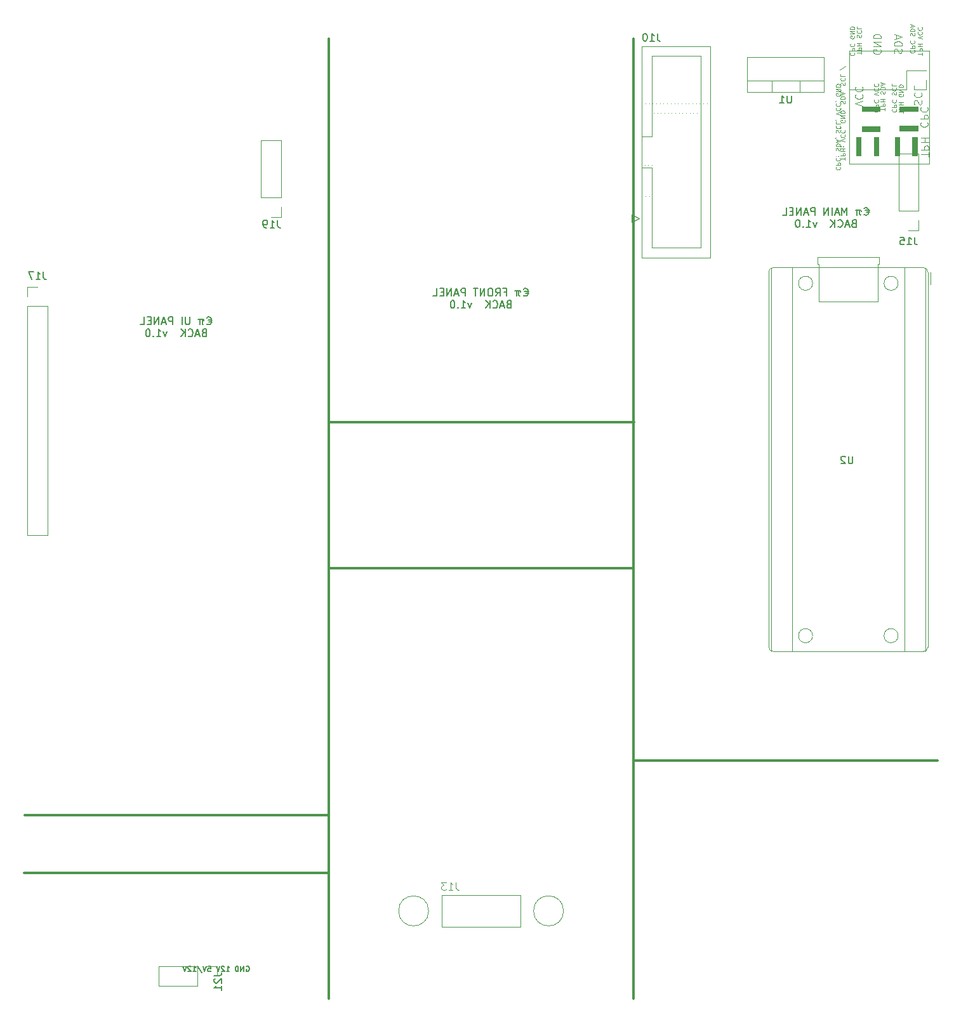
<source format=gbr>
%TF.GenerationSoftware,KiCad,Pcbnew,7.0.9*%
%TF.CreationDate,2024-01-05T19:18:53+01:00*%
%TF.ProjectId,euroPI-kicad_surfacemount_discretes_and_ics,6575726f-5049-42d6-9b69-6361645f7375,rev?*%
%TF.SameCoordinates,Original*%
%TF.FileFunction,Legend,Bot*%
%TF.FilePolarity,Positive*%
%FSLAX46Y46*%
G04 Gerber Fmt 4.6, Leading zero omitted, Abs format (unit mm)*
G04 Created by KiCad (PCBNEW 7.0.9) date 2024-01-05 19:18:53*
%MOMM*%
%LPD*%
G01*
G04 APERTURE LIST*
%ADD10C,0.300000*%
%ADD11C,0.150000*%
%ADD12C,0.100000*%
%ADD13C,0.120000*%
G04 APERTURE END LIST*
D10*
X81280000Y-136915000D02*
X121716800Y-136915000D01*
X162560000Y-25665000D02*
X162560000Y-153670000D01*
X121920000Y-25665000D02*
X121920000Y-153670000D01*
X81381600Y-129179000D02*
X121818400Y-129179000D01*
X122110500Y-76835000D02*
X162623500Y-76835000D01*
X121920000Y-96266000D02*
X162433000Y-96266000D01*
X162661600Y-121920000D02*
X203098400Y-121920000D01*
D11*
X148620952Y-59600866D02*
X148192381Y-59600866D01*
X148620952Y-59362771D02*
X148049524Y-59362771D01*
X147906667Y-59886580D02*
X147954286Y-59934200D01*
X147954286Y-59934200D02*
X148097143Y-59981819D01*
X148097143Y-59981819D02*
X148192381Y-59981819D01*
X148192381Y-59981819D02*
X148335238Y-59934200D01*
X148335238Y-59934200D02*
X148430476Y-59838961D01*
X148430476Y-59838961D02*
X148478095Y-59743723D01*
X148478095Y-59743723D02*
X148525714Y-59553247D01*
X148525714Y-59553247D02*
X148525714Y-59410390D01*
X148525714Y-59410390D02*
X148478095Y-59219914D01*
X148478095Y-59219914D02*
X148430476Y-59124676D01*
X148430476Y-59124676D02*
X148335238Y-59029438D01*
X148335238Y-59029438D02*
X148192381Y-58981819D01*
X148192381Y-58981819D02*
X148097143Y-58981819D01*
X148097143Y-58981819D02*
X147954286Y-59029438D01*
X147954286Y-59029438D02*
X147906667Y-59077057D01*
X146954286Y-59315152D02*
X146954286Y-59981819D01*
X147287619Y-59315152D02*
X147287619Y-59838961D01*
X147287619Y-59838961D02*
X147335238Y-59934200D01*
X147335238Y-59934200D02*
X147430476Y-59981819D01*
X146763810Y-59315152D02*
X147382857Y-59315152D01*
X147382857Y-59315152D02*
X147478095Y-59362771D01*
X147478095Y-59362771D02*
X147525714Y-59458009D01*
X145287619Y-59458009D02*
X145620952Y-59458009D01*
X145620952Y-59981819D02*
X145620952Y-58981819D01*
X145620952Y-58981819D02*
X145144762Y-58981819D01*
X144192381Y-59981819D02*
X144525714Y-59505628D01*
X144763809Y-59981819D02*
X144763809Y-58981819D01*
X144763809Y-58981819D02*
X144382857Y-58981819D01*
X144382857Y-58981819D02*
X144287619Y-59029438D01*
X144287619Y-59029438D02*
X144240000Y-59077057D01*
X144240000Y-59077057D02*
X144192381Y-59172295D01*
X144192381Y-59172295D02*
X144192381Y-59315152D01*
X144192381Y-59315152D02*
X144240000Y-59410390D01*
X144240000Y-59410390D02*
X144287619Y-59458009D01*
X144287619Y-59458009D02*
X144382857Y-59505628D01*
X144382857Y-59505628D02*
X144763809Y-59505628D01*
X143573333Y-58981819D02*
X143382857Y-58981819D01*
X143382857Y-58981819D02*
X143287619Y-59029438D01*
X143287619Y-59029438D02*
X143192381Y-59124676D01*
X143192381Y-59124676D02*
X143144762Y-59315152D01*
X143144762Y-59315152D02*
X143144762Y-59648485D01*
X143144762Y-59648485D02*
X143192381Y-59838961D01*
X143192381Y-59838961D02*
X143287619Y-59934200D01*
X143287619Y-59934200D02*
X143382857Y-59981819D01*
X143382857Y-59981819D02*
X143573333Y-59981819D01*
X143573333Y-59981819D02*
X143668571Y-59934200D01*
X143668571Y-59934200D02*
X143763809Y-59838961D01*
X143763809Y-59838961D02*
X143811428Y-59648485D01*
X143811428Y-59648485D02*
X143811428Y-59315152D01*
X143811428Y-59315152D02*
X143763809Y-59124676D01*
X143763809Y-59124676D02*
X143668571Y-59029438D01*
X143668571Y-59029438D02*
X143573333Y-58981819D01*
X142716190Y-59981819D02*
X142716190Y-58981819D01*
X142716190Y-58981819D02*
X142144762Y-59981819D01*
X142144762Y-59981819D02*
X142144762Y-58981819D01*
X141811428Y-58981819D02*
X141240000Y-58981819D01*
X141525714Y-59981819D02*
X141525714Y-58981819D01*
X140144761Y-59981819D02*
X140144761Y-58981819D01*
X140144761Y-58981819D02*
X139763809Y-58981819D01*
X139763809Y-58981819D02*
X139668571Y-59029438D01*
X139668571Y-59029438D02*
X139620952Y-59077057D01*
X139620952Y-59077057D02*
X139573333Y-59172295D01*
X139573333Y-59172295D02*
X139573333Y-59315152D01*
X139573333Y-59315152D02*
X139620952Y-59410390D01*
X139620952Y-59410390D02*
X139668571Y-59458009D01*
X139668571Y-59458009D02*
X139763809Y-59505628D01*
X139763809Y-59505628D02*
X140144761Y-59505628D01*
X139192380Y-59696104D02*
X138716190Y-59696104D01*
X139287618Y-59981819D02*
X138954285Y-58981819D01*
X138954285Y-58981819D02*
X138620952Y-59981819D01*
X138287618Y-59981819D02*
X138287618Y-58981819D01*
X138287618Y-58981819D02*
X137716190Y-59981819D01*
X137716190Y-59981819D02*
X137716190Y-58981819D01*
X137239999Y-59458009D02*
X136906666Y-59458009D01*
X136763809Y-59981819D02*
X137239999Y-59981819D01*
X137239999Y-59981819D02*
X137239999Y-58981819D01*
X137239999Y-58981819D02*
X136763809Y-58981819D01*
X135859047Y-59981819D02*
X136335237Y-59981819D01*
X136335237Y-59981819D02*
X136335237Y-58981819D01*
X145930476Y-61068009D02*
X145787619Y-61115628D01*
X145787619Y-61115628D02*
X145740000Y-61163247D01*
X145740000Y-61163247D02*
X145692381Y-61258485D01*
X145692381Y-61258485D02*
X145692381Y-61401342D01*
X145692381Y-61401342D02*
X145740000Y-61496580D01*
X145740000Y-61496580D02*
X145787619Y-61544200D01*
X145787619Y-61544200D02*
X145882857Y-61591819D01*
X145882857Y-61591819D02*
X146263809Y-61591819D01*
X146263809Y-61591819D02*
X146263809Y-60591819D01*
X146263809Y-60591819D02*
X145930476Y-60591819D01*
X145930476Y-60591819D02*
X145835238Y-60639438D01*
X145835238Y-60639438D02*
X145787619Y-60687057D01*
X145787619Y-60687057D02*
X145740000Y-60782295D01*
X145740000Y-60782295D02*
X145740000Y-60877533D01*
X145740000Y-60877533D02*
X145787619Y-60972771D01*
X145787619Y-60972771D02*
X145835238Y-61020390D01*
X145835238Y-61020390D02*
X145930476Y-61068009D01*
X145930476Y-61068009D02*
X146263809Y-61068009D01*
X145311428Y-61306104D02*
X144835238Y-61306104D01*
X145406666Y-61591819D02*
X145073333Y-60591819D01*
X145073333Y-60591819D02*
X144740000Y-61591819D01*
X143835238Y-61496580D02*
X143882857Y-61544200D01*
X143882857Y-61544200D02*
X144025714Y-61591819D01*
X144025714Y-61591819D02*
X144120952Y-61591819D01*
X144120952Y-61591819D02*
X144263809Y-61544200D01*
X144263809Y-61544200D02*
X144359047Y-61448961D01*
X144359047Y-61448961D02*
X144406666Y-61353723D01*
X144406666Y-61353723D02*
X144454285Y-61163247D01*
X144454285Y-61163247D02*
X144454285Y-61020390D01*
X144454285Y-61020390D02*
X144406666Y-60829914D01*
X144406666Y-60829914D02*
X144359047Y-60734676D01*
X144359047Y-60734676D02*
X144263809Y-60639438D01*
X144263809Y-60639438D02*
X144120952Y-60591819D01*
X144120952Y-60591819D02*
X144025714Y-60591819D01*
X144025714Y-60591819D02*
X143882857Y-60639438D01*
X143882857Y-60639438D02*
X143835238Y-60687057D01*
X143406666Y-61591819D02*
X143406666Y-60591819D01*
X142835238Y-61591819D02*
X143263809Y-61020390D01*
X142835238Y-60591819D02*
X143406666Y-61163247D01*
X140978094Y-60925152D02*
X140739999Y-61591819D01*
X140739999Y-61591819D02*
X140501904Y-60925152D01*
X139597142Y-61591819D02*
X140168570Y-61591819D01*
X139882856Y-61591819D02*
X139882856Y-60591819D01*
X139882856Y-60591819D02*
X139978094Y-60734676D01*
X139978094Y-60734676D02*
X140073332Y-60829914D01*
X140073332Y-60829914D02*
X140168570Y-60877533D01*
X139168570Y-61496580D02*
X139120951Y-61544200D01*
X139120951Y-61544200D02*
X139168570Y-61591819D01*
X139168570Y-61591819D02*
X139216189Y-61544200D01*
X139216189Y-61544200D02*
X139168570Y-61496580D01*
X139168570Y-61496580D02*
X139168570Y-61591819D01*
X138501904Y-60591819D02*
X138406666Y-60591819D01*
X138406666Y-60591819D02*
X138311428Y-60639438D01*
X138311428Y-60639438D02*
X138263809Y-60687057D01*
X138263809Y-60687057D02*
X138216190Y-60782295D01*
X138216190Y-60782295D02*
X138168571Y-60972771D01*
X138168571Y-60972771D02*
X138168571Y-61210866D01*
X138168571Y-61210866D02*
X138216190Y-61401342D01*
X138216190Y-61401342D02*
X138263809Y-61496580D01*
X138263809Y-61496580D02*
X138311428Y-61544200D01*
X138311428Y-61544200D02*
X138406666Y-61591819D01*
X138406666Y-61591819D02*
X138501904Y-61591819D01*
X138501904Y-61591819D02*
X138597142Y-61544200D01*
X138597142Y-61544200D02*
X138644761Y-61496580D01*
X138644761Y-61496580D02*
X138692380Y-61401342D01*
X138692380Y-61401342D02*
X138739999Y-61210866D01*
X138739999Y-61210866D02*
X138739999Y-60972771D01*
X138739999Y-60972771D02*
X138692380Y-60782295D01*
X138692380Y-60782295D02*
X138644761Y-60687057D01*
X138644761Y-60687057D02*
X138597142Y-60639438D01*
X138597142Y-60639438D02*
X138501904Y-60591819D01*
X110933999Y-149395866D02*
X111000666Y-149362533D01*
X111000666Y-149362533D02*
X111100666Y-149362533D01*
X111100666Y-149362533D02*
X111200666Y-149395866D01*
X111200666Y-149395866D02*
X111267333Y-149462533D01*
X111267333Y-149462533D02*
X111300666Y-149529200D01*
X111300666Y-149529200D02*
X111333999Y-149662533D01*
X111333999Y-149662533D02*
X111333999Y-149762533D01*
X111333999Y-149762533D02*
X111300666Y-149895866D01*
X111300666Y-149895866D02*
X111267333Y-149962533D01*
X111267333Y-149962533D02*
X111200666Y-150029200D01*
X111200666Y-150029200D02*
X111100666Y-150062533D01*
X111100666Y-150062533D02*
X111033999Y-150062533D01*
X111033999Y-150062533D02*
X110933999Y-150029200D01*
X110933999Y-150029200D02*
X110900666Y-149995866D01*
X110900666Y-149995866D02*
X110900666Y-149762533D01*
X110900666Y-149762533D02*
X111033999Y-149762533D01*
X110600666Y-150062533D02*
X110600666Y-149362533D01*
X110600666Y-149362533D02*
X110200666Y-150062533D01*
X110200666Y-150062533D02*
X110200666Y-149362533D01*
X109867333Y-150062533D02*
X109867333Y-149362533D01*
X109867333Y-149362533D02*
X109700666Y-149362533D01*
X109700666Y-149362533D02*
X109600666Y-149395866D01*
X109600666Y-149395866D02*
X109534000Y-149462533D01*
X109534000Y-149462533D02*
X109500666Y-149529200D01*
X109500666Y-149529200D02*
X109467333Y-149662533D01*
X109467333Y-149662533D02*
X109467333Y-149762533D01*
X109467333Y-149762533D02*
X109500666Y-149895866D01*
X109500666Y-149895866D02*
X109534000Y-149962533D01*
X109534000Y-149962533D02*
X109600666Y-150029200D01*
X109600666Y-150029200D02*
X109700666Y-150062533D01*
X109700666Y-150062533D02*
X109867333Y-150062533D01*
X108267333Y-150062533D02*
X108667333Y-150062533D01*
X108467333Y-150062533D02*
X108467333Y-149362533D01*
X108467333Y-149362533D02*
X108534000Y-149462533D01*
X108534000Y-149462533D02*
X108600667Y-149529200D01*
X108600667Y-149529200D02*
X108667333Y-149562533D01*
X108000666Y-149429200D02*
X107967333Y-149395866D01*
X107967333Y-149395866D02*
X107900666Y-149362533D01*
X107900666Y-149362533D02*
X107734000Y-149362533D01*
X107734000Y-149362533D02*
X107667333Y-149395866D01*
X107667333Y-149395866D02*
X107634000Y-149429200D01*
X107634000Y-149429200D02*
X107600666Y-149495866D01*
X107600666Y-149495866D02*
X107600666Y-149562533D01*
X107600666Y-149562533D02*
X107634000Y-149662533D01*
X107634000Y-149662533D02*
X108034000Y-150062533D01*
X108034000Y-150062533D02*
X107600666Y-150062533D01*
X107400666Y-149362533D02*
X107167333Y-150062533D01*
X107167333Y-150062533D02*
X106933999Y-149362533D01*
X105834000Y-149362533D02*
X106167333Y-149362533D01*
X106167333Y-149362533D02*
X106200666Y-149695866D01*
X106200666Y-149695866D02*
X106167333Y-149662533D01*
X106167333Y-149662533D02*
X106100666Y-149629200D01*
X106100666Y-149629200D02*
X105934000Y-149629200D01*
X105934000Y-149629200D02*
X105867333Y-149662533D01*
X105867333Y-149662533D02*
X105834000Y-149695866D01*
X105834000Y-149695866D02*
X105800666Y-149762533D01*
X105800666Y-149762533D02*
X105800666Y-149929200D01*
X105800666Y-149929200D02*
X105834000Y-149995866D01*
X105834000Y-149995866D02*
X105867333Y-150029200D01*
X105867333Y-150029200D02*
X105934000Y-150062533D01*
X105934000Y-150062533D02*
X106100666Y-150062533D01*
X106100666Y-150062533D02*
X106167333Y-150029200D01*
X106167333Y-150029200D02*
X106200666Y-149995866D01*
X105600666Y-149362533D02*
X105367333Y-150062533D01*
X105367333Y-150062533D02*
X105133999Y-149362533D01*
X104400666Y-149329200D02*
X105000666Y-150229200D01*
X103800666Y-150062533D02*
X104200666Y-150062533D01*
X104000666Y-150062533D02*
X104000666Y-149362533D01*
X104000666Y-149362533D02*
X104067333Y-149462533D01*
X104067333Y-149462533D02*
X104134000Y-149529200D01*
X104134000Y-149529200D02*
X104200666Y-149562533D01*
X103533999Y-149429200D02*
X103500666Y-149395866D01*
X103500666Y-149395866D02*
X103433999Y-149362533D01*
X103433999Y-149362533D02*
X103267333Y-149362533D01*
X103267333Y-149362533D02*
X103200666Y-149395866D01*
X103200666Y-149395866D02*
X103167333Y-149429200D01*
X103167333Y-149429200D02*
X103133999Y-149495866D01*
X103133999Y-149495866D02*
X103133999Y-149562533D01*
X103133999Y-149562533D02*
X103167333Y-149662533D01*
X103167333Y-149662533D02*
X103567333Y-150062533D01*
X103567333Y-150062533D02*
X103133999Y-150062533D01*
X102933999Y-149362533D02*
X102700666Y-150062533D01*
X102700666Y-150062533D02*
X102467332Y-149362533D01*
X106385713Y-63410866D02*
X105957142Y-63410866D01*
X106385713Y-63172771D02*
X105814285Y-63172771D01*
X105671428Y-63696580D02*
X105719047Y-63744200D01*
X105719047Y-63744200D02*
X105861904Y-63791819D01*
X105861904Y-63791819D02*
X105957142Y-63791819D01*
X105957142Y-63791819D02*
X106099999Y-63744200D01*
X106099999Y-63744200D02*
X106195237Y-63648961D01*
X106195237Y-63648961D02*
X106242856Y-63553723D01*
X106242856Y-63553723D02*
X106290475Y-63363247D01*
X106290475Y-63363247D02*
X106290475Y-63220390D01*
X106290475Y-63220390D02*
X106242856Y-63029914D01*
X106242856Y-63029914D02*
X106195237Y-62934676D01*
X106195237Y-62934676D02*
X106099999Y-62839438D01*
X106099999Y-62839438D02*
X105957142Y-62791819D01*
X105957142Y-62791819D02*
X105861904Y-62791819D01*
X105861904Y-62791819D02*
X105719047Y-62839438D01*
X105719047Y-62839438D02*
X105671428Y-62887057D01*
X104719047Y-63125152D02*
X104719047Y-63791819D01*
X105052380Y-63125152D02*
X105052380Y-63648961D01*
X105052380Y-63648961D02*
X105099999Y-63744200D01*
X105099999Y-63744200D02*
X105195237Y-63791819D01*
X104528571Y-63125152D02*
X105147618Y-63125152D01*
X105147618Y-63125152D02*
X105242856Y-63172771D01*
X105242856Y-63172771D02*
X105290475Y-63268009D01*
X103385713Y-62791819D02*
X103385713Y-63601342D01*
X103385713Y-63601342D02*
X103338094Y-63696580D01*
X103338094Y-63696580D02*
X103290475Y-63744200D01*
X103290475Y-63744200D02*
X103195237Y-63791819D01*
X103195237Y-63791819D02*
X103004761Y-63791819D01*
X103004761Y-63791819D02*
X102909523Y-63744200D01*
X102909523Y-63744200D02*
X102861904Y-63696580D01*
X102861904Y-63696580D02*
X102814285Y-63601342D01*
X102814285Y-63601342D02*
X102814285Y-62791819D01*
X102338094Y-63791819D02*
X102338094Y-62791819D01*
X101099999Y-63791819D02*
X101099999Y-62791819D01*
X101099999Y-62791819D02*
X100719047Y-62791819D01*
X100719047Y-62791819D02*
X100623809Y-62839438D01*
X100623809Y-62839438D02*
X100576190Y-62887057D01*
X100576190Y-62887057D02*
X100528571Y-62982295D01*
X100528571Y-62982295D02*
X100528571Y-63125152D01*
X100528571Y-63125152D02*
X100576190Y-63220390D01*
X100576190Y-63220390D02*
X100623809Y-63268009D01*
X100623809Y-63268009D02*
X100719047Y-63315628D01*
X100719047Y-63315628D02*
X101099999Y-63315628D01*
X100147618Y-63506104D02*
X99671428Y-63506104D01*
X100242856Y-63791819D02*
X99909523Y-62791819D01*
X99909523Y-62791819D02*
X99576190Y-63791819D01*
X99242856Y-63791819D02*
X99242856Y-62791819D01*
X99242856Y-62791819D02*
X98671428Y-63791819D01*
X98671428Y-63791819D02*
X98671428Y-62791819D01*
X98195237Y-63268009D02*
X97861904Y-63268009D01*
X97719047Y-63791819D02*
X98195237Y-63791819D01*
X98195237Y-63791819D02*
X98195237Y-62791819D01*
X98195237Y-62791819D02*
X97719047Y-62791819D01*
X96814285Y-63791819D02*
X97290475Y-63791819D01*
X97290475Y-63791819D02*
X97290475Y-62791819D01*
X105290476Y-64878009D02*
X105147619Y-64925628D01*
X105147619Y-64925628D02*
X105100000Y-64973247D01*
X105100000Y-64973247D02*
X105052381Y-65068485D01*
X105052381Y-65068485D02*
X105052381Y-65211342D01*
X105052381Y-65211342D02*
X105100000Y-65306580D01*
X105100000Y-65306580D02*
X105147619Y-65354200D01*
X105147619Y-65354200D02*
X105242857Y-65401819D01*
X105242857Y-65401819D02*
X105623809Y-65401819D01*
X105623809Y-65401819D02*
X105623809Y-64401819D01*
X105623809Y-64401819D02*
X105290476Y-64401819D01*
X105290476Y-64401819D02*
X105195238Y-64449438D01*
X105195238Y-64449438D02*
X105147619Y-64497057D01*
X105147619Y-64497057D02*
X105100000Y-64592295D01*
X105100000Y-64592295D02*
X105100000Y-64687533D01*
X105100000Y-64687533D02*
X105147619Y-64782771D01*
X105147619Y-64782771D02*
X105195238Y-64830390D01*
X105195238Y-64830390D02*
X105290476Y-64878009D01*
X105290476Y-64878009D02*
X105623809Y-64878009D01*
X104671428Y-65116104D02*
X104195238Y-65116104D01*
X104766666Y-65401819D02*
X104433333Y-64401819D01*
X104433333Y-64401819D02*
X104100000Y-65401819D01*
X103195238Y-65306580D02*
X103242857Y-65354200D01*
X103242857Y-65354200D02*
X103385714Y-65401819D01*
X103385714Y-65401819D02*
X103480952Y-65401819D01*
X103480952Y-65401819D02*
X103623809Y-65354200D01*
X103623809Y-65354200D02*
X103719047Y-65258961D01*
X103719047Y-65258961D02*
X103766666Y-65163723D01*
X103766666Y-65163723D02*
X103814285Y-64973247D01*
X103814285Y-64973247D02*
X103814285Y-64830390D01*
X103814285Y-64830390D02*
X103766666Y-64639914D01*
X103766666Y-64639914D02*
X103719047Y-64544676D01*
X103719047Y-64544676D02*
X103623809Y-64449438D01*
X103623809Y-64449438D02*
X103480952Y-64401819D01*
X103480952Y-64401819D02*
X103385714Y-64401819D01*
X103385714Y-64401819D02*
X103242857Y-64449438D01*
X103242857Y-64449438D02*
X103195238Y-64497057D01*
X102766666Y-65401819D02*
X102766666Y-64401819D01*
X102195238Y-65401819D02*
X102623809Y-64830390D01*
X102195238Y-64401819D02*
X102766666Y-64973247D01*
X100338094Y-64735152D02*
X100099999Y-65401819D01*
X100099999Y-65401819D02*
X99861904Y-64735152D01*
X98957142Y-65401819D02*
X99528570Y-65401819D01*
X99242856Y-65401819D02*
X99242856Y-64401819D01*
X99242856Y-64401819D02*
X99338094Y-64544676D01*
X99338094Y-64544676D02*
X99433332Y-64639914D01*
X99433332Y-64639914D02*
X99528570Y-64687533D01*
X98528570Y-65306580D02*
X98480951Y-65354200D01*
X98480951Y-65354200D02*
X98528570Y-65401819D01*
X98528570Y-65401819D02*
X98576189Y-65354200D01*
X98576189Y-65354200D02*
X98528570Y-65306580D01*
X98528570Y-65306580D02*
X98528570Y-65401819D01*
X97861904Y-64401819D02*
X97766666Y-64401819D01*
X97766666Y-64401819D02*
X97671428Y-64449438D01*
X97671428Y-64449438D02*
X97623809Y-64497057D01*
X97623809Y-64497057D02*
X97576190Y-64592295D01*
X97576190Y-64592295D02*
X97528571Y-64782771D01*
X97528571Y-64782771D02*
X97528571Y-65020866D01*
X97528571Y-65020866D02*
X97576190Y-65211342D01*
X97576190Y-65211342D02*
X97623809Y-65306580D01*
X97623809Y-65306580D02*
X97671428Y-65354200D01*
X97671428Y-65354200D02*
X97766666Y-65401819D01*
X97766666Y-65401819D02*
X97861904Y-65401819D01*
X97861904Y-65401819D02*
X97957142Y-65354200D01*
X97957142Y-65354200D02*
X98004761Y-65306580D01*
X98004761Y-65306580D02*
X98052380Y-65211342D01*
X98052380Y-65211342D02*
X98099999Y-65020866D01*
X98099999Y-65020866D02*
X98099999Y-64782771D01*
X98099999Y-64782771D02*
X98052380Y-64592295D01*
X98052380Y-64592295D02*
X98004761Y-64497057D01*
X98004761Y-64497057D02*
X97957142Y-64449438D01*
X97957142Y-64449438D02*
X97861904Y-64401819D01*
X194050713Y-48805866D02*
X193622142Y-48805866D01*
X194050713Y-48567771D02*
X193479285Y-48567771D01*
X193336428Y-49091580D02*
X193384047Y-49139200D01*
X193384047Y-49139200D02*
X193526904Y-49186819D01*
X193526904Y-49186819D02*
X193622142Y-49186819D01*
X193622142Y-49186819D02*
X193764999Y-49139200D01*
X193764999Y-49139200D02*
X193860237Y-49043961D01*
X193860237Y-49043961D02*
X193907856Y-48948723D01*
X193907856Y-48948723D02*
X193955475Y-48758247D01*
X193955475Y-48758247D02*
X193955475Y-48615390D01*
X193955475Y-48615390D02*
X193907856Y-48424914D01*
X193907856Y-48424914D02*
X193860237Y-48329676D01*
X193860237Y-48329676D02*
X193764999Y-48234438D01*
X193764999Y-48234438D02*
X193622142Y-48186819D01*
X193622142Y-48186819D02*
X193526904Y-48186819D01*
X193526904Y-48186819D02*
X193384047Y-48234438D01*
X193384047Y-48234438D02*
X193336428Y-48282057D01*
X192384047Y-48520152D02*
X192384047Y-49186819D01*
X192717380Y-48520152D02*
X192717380Y-49043961D01*
X192717380Y-49043961D02*
X192764999Y-49139200D01*
X192764999Y-49139200D02*
X192860237Y-49186819D01*
X192193571Y-48520152D02*
X192812618Y-48520152D01*
X192812618Y-48520152D02*
X192907856Y-48567771D01*
X192907856Y-48567771D02*
X192955475Y-48663009D01*
X191050713Y-49186819D02*
X191050713Y-48186819D01*
X191050713Y-48186819D02*
X190717380Y-48901104D01*
X190717380Y-48901104D02*
X190384047Y-48186819D01*
X190384047Y-48186819D02*
X190384047Y-49186819D01*
X189955475Y-48901104D02*
X189479285Y-48901104D01*
X190050713Y-49186819D02*
X189717380Y-48186819D01*
X189717380Y-48186819D02*
X189384047Y-49186819D01*
X189050713Y-49186819D02*
X189050713Y-48186819D01*
X188574523Y-49186819D02*
X188574523Y-48186819D01*
X188574523Y-48186819D02*
X188003095Y-49186819D01*
X188003095Y-49186819D02*
X188003095Y-48186819D01*
X186764999Y-49186819D02*
X186764999Y-48186819D01*
X186764999Y-48186819D02*
X186384047Y-48186819D01*
X186384047Y-48186819D02*
X186288809Y-48234438D01*
X186288809Y-48234438D02*
X186241190Y-48282057D01*
X186241190Y-48282057D02*
X186193571Y-48377295D01*
X186193571Y-48377295D02*
X186193571Y-48520152D01*
X186193571Y-48520152D02*
X186241190Y-48615390D01*
X186241190Y-48615390D02*
X186288809Y-48663009D01*
X186288809Y-48663009D02*
X186384047Y-48710628D01*
X186384047Y-48710628D02*
X186764999Y-48710628D01*
X185812618Y-48901104D02*
X185336428Y-48901104D01*
X185907856Y-49186819D02*
X185574523Y-48186819D01*
X185574523Y-48186819D02*
X185241190Y-49186819D01*
X184907856Y-49186819D02*
X184907856Y-48186819D01*
X184907856Y-48186819D02*
X184336428Y-49186819D01*
X184336428Y-49186819D02*
X184336428Y-48186819D01*
X183860237Y-48663009D02*
X183526904Y-48663009D01*
X183384047Y-49186819D02*
X183860237Y-49186819D01*
X183860237Y-49186819D02*
X183860237Y-48186819D01*
X183860237Y-48186819D02*
X183384047Y-48186819D01*
X182479285Y-49186819D02*
X182955475Y-49186819D01*
X182955475Y-49186819D02*
X182955475Y-48186819D01*
X191955476Y-50273009D02*
X191812619Y-50320628D01*
X191812619Y-50320628D02*
X191765000Y-50368247D01*
X191765000Y-50368247D02*
X191717381Y-50463485D01*
X191717381Y-50463485D02*
X191717381Y-50606342D01*
X191717381Y-50606342D02*
X191765000Y-50701580D01*
X191765000Y-50701580D02*
X191812619Y-50749200D01*
X191812619Y-50749200D02*
X191907857Y-50796819D01*
X191907857Y-50796819D02*
X192288809Y-50796819D01*
X192288809Y-50796819D02*
X192288809Y-49796819D01*
X192288809Y-49796819D02*
X191955476Y-49796819D01*
X191955476Y-49796819D02*
X191860238Y-49844438D01*
X191860238Y-49844438D02*
X191812619Y-49892057D01*
X191812619Y-49892057D02*
X191765000Y-49987295D01*
X191765000Y-49987295D02*
X191765000Y-50082533D01*
X191765000Y-50082533D02*
X191812619Y-50177771D01*
X191812619Y-50177771D02*
X191860238Y-50225390D01*
X191860238Y-50225390D02*
X191955476Y-50273009D01*
X191955476Y-50273009D02*
X192288809Y-50273009D01*
X191336428Y-50511104D02*
X190860238Y-50511104D01*
X191431666Y-50796819D02*
X191098333Y-49796819D01*
X191098333Y-49796819D02*
X190765000Y-50796819D01*
X189860238Y-50701580D02*
X189907857Y-50749200D01*
X189907857Y-50749200D02*
X190050714Y-50796819D01*
X190050714Y-50796819D02*
X190145952Y-50796819D01*
X190145952Y-50796819D02*
X190288809Y-50749200D01*
X190288809Y-50749200D02*
X190384047Y-50653961D01*
X190384047Y-50653961D02*
X190431666Y-50558723D01*
X190431666Y-50558723D02*
X190479285Y-50368247D01*
X190479285Y-50368247D02*
X190479285Y-50225390D01*
X190479285Y-50225390D02*
X190431666Y-50034914D01*
X190431666Y-50034914D02*
X190384047Y-49939676D01*
X190384047Y-49939676D02*
X190288809Y-49844438D01*
X190288809Y-49844438D02*
X190145952Y-49796819D01*
X190145952Y-49796819D02*
X190050714Y-49796819D01*
X190050714Y-49796819D02*
X189907857Y-49844438D01*
X189907857Y-49844438D02*
X189860238Y-49892057D01*
X189431666Y-50796819D02*
X189431666Y-49796819D01*
X188860238Y-50796819D02*
X189288809Y-50225390D01*
X188860238Y-49796819D02*
X189431666Y-50368247D01*
X187003094Y-50130152D02*
X186764999Y-50796819D01*
X186764999Y-50796819D02*
X186526904Y-50130152D01*
X185622142Y-50796819D02*
X186193570Y-50796819D01*
X185907856Y-50796819D02*
X185907856Y-49796819D01*
X185907856Y-49796819D02*
X186003094Y-49939676D01*
X186003094Y-49939676D02*
X186098332Y-50034914D01*
X186098332Y-50034914D02*
X186193570Y-50082533D01*
X185193570Y-50701580D02*
X185145951Y-50749200D01*
X185145951Y-50749200D02*
X185193570Y-50796819D01*
X185193570Y-50796819D02*
X185241189Y-50749200D01*
X185241189Y-50749200D02*
X185193570Y-50701580D01*
X185193570Y-50701580D02*
X185193570Y-50796819D01*
X184526904Y-49796819D02*
X184431666Y-49796819D01*
X184431666Y-49796819D02*
X184336428Y-49844438D01*
X184336428Y-49844438D02*
X184288809Y-49892057D01*
X184288809Y-49892057D02*
X184241190Y-49987295D01*
X184241190Y-49987295D02*
X184193571Y-50177771D01*
X184193571Y-50177771D02*
X184193571Y-50415866D01*
X184193571Y-50415866D02*
X184241190Y-50606342D01*
X184241190Y-50606342D02*
X184288809Y-50701580D01*
X184288809Y-50701580D02*
X184336428Y-50749200D01*
X184336428Y-50749200D02*
X184431666Y-50796819D01*
X184431666Y-50796819D02*
X184526904Y-50796819D01*
X184526904Y-50796819D02*
X184622142Y-50749200D01*
X184622142Y-50749200D02*
X184669761Y-50701580D01*
X184669761Y-50701580D02*
X184717380Y-50606342D01*
X184717380Y-50606342D02*
X184764999Y-50415866D01*
X184764999Y-50415866D02*
X184764999Y-50177771D01*
X184764999Y-50177771D02*
X184717380Y-49987295D01*
X184717380Y-49987295D02*
X184669761Y-49892057D01*
X184669761Y-49892057D02*
X184622142Y-49844438D01*
X184622142Y-49844438D02*
X184526904Y-49796819D01*
D12*
X138909323Y-138189719D02*
X138909323Y-138904004D01*
X138909323Y-138904004D02*
X138956942Y-139046861D01*
X138956942Y-139046861D02*
X139052180Y-139142100D01*
X139052180Y-139142100D02*
X139195037Y-139189719D01*
X139195037Y-139189719D02*
X139290275Y-139189719D01*
X137909323Y-139189719D02*
X138480751Y-139189719D01*
X138195037Y-139189719D02*
X138195037Y-138189719D01*
X138195037Y-138189719D02*
X138290275Y-138332576D01*
X138290275Y-138332576D02*
X138385513Y-138427814D01*
X138385513Y-138427814D02*
X138480751Y-138475433D01*
X137575989Y-138189719D02*
X136956942Y-138189719D01*
X136956942Y-138189719D02*
X137290275Y-138570671D01*
X137290275Y-138570671D02*
X137147418Y-138570671D01*
X137147418Y-138570671D02*
X137052180Y-138618290D01*
X137052180Y-138618290D02*
X137004561Y-138665909D01*
X137004561Y-138665909D02*
X136956942Y-138761147D01*
X136956942Y-138761147D02*
X136956942Y-138999242D01*
X136956942Y-138999242D02*
X137004561Y-139094480D01*
X137004561Y-139094480D02*
X137052180Y-139142100D01*
X137052180Y-139142100D02*
X137147418Y-139189719D01*
X137147418Y-139189719D02*
X137433132Y-139189719D01*
X137433132Y-139189719D02*
X137528370Y-139142100D01*
X137528370Y-139142100D02*
X137575989Y-139094480D01*
X191524771Y-27540896D02*
X191496200Y-27569468D01*
X191496200Y-27569468D02*
X191467628Y-27655182D01*
X191467628Y-27655182D02*
X191467628Y-27712325D01*
X191467628Y-27712325D02*
X191496200Y-27798039D01*
X191496200Y-27798039D02*
X191553342Y-27855182D01*
X191553342Y-27855182D02*
X191610485Y-27883753D01*
X191610485Y-27883753D02*
X191724771Y-27912325D01*
X191724771Y-27912325D02*
X191810485Y-27912325D01*
X191810485Y-27912325D02*
X191924771Y-27883753D01*
X191924771Y-27883753D02*
X191981914Y-27855182D01*
X191981914Y-27855182D02*
X192039057Y-27798039D01*
X192039057Y-27798039D02*
X192067628Y-27712325D01*
X192067628Y-27712325D02*
X192067628Y-27655182D01*
X192067628Y-27655182D02*
X192039057Y-27569468D01*
X192039057Y-27569468D02*
X192010485Y-27540896D01*
X191467628Y-27283753D02*
X192067628Y-27283753D01*
X192067628Y-27283753D02*
X192067628Y-27055182D01*
X192067628Y-27055182D02*
X192039057Y-26998039D01*
X192039057Y-26998039D02*
X192010485Y-26969468D01*
X192010485Y-26969468D02*
X191953342Y-26940896D01*
X191953342Y-26940896D02*
X191867628Y-26940896D01*
X191867628Y-26940896D02*
X191810485Y-26969468D01*
X191810485Y-26969468D02*
X191781914Y-26998039D01*
X191781914Y-26998039D02*
X191753342Y-27055182D01*
X191753342Y-27055182D02*
X191753342Y-27283753D01*
X191524771Y-26340896D02*
X191496200Y-26369468D01*
X191496200Y-26369468D02*
X191467628Y-26455182D01*
X191467628Y-26455182D02*
X191467628Y-26512325D01*
X191467628Y-26512325D02*
X191496200Y-26598039D01*
X191496200Y-26598039D02*
X191553342Y-26655182D01*
X191553342Y-26655182D02*
X191610485Y-26683753D01*
X191610485Y-26683753D02*
X191724771Y-26712325D01*
X191724771Y-26712325D02*
X191810485Y-26712325D01*
X191810485Y-26712325D02*
X191924771Y-26683753D01*
X191924771Y-26683753D02*
X191981914Y-26655182D01*
X191981914Y-26655182D02*
X192039057Y-26598039D01*
X192039057Y-26598039D02*
X192067628Y-26512325D01*
X192067628Y-26512325D02*
X192067628Y-26455182D01*
X192067628Y-26455182D02*
X192039057Y-26369468D01*
X192039057Y-26369468D02*
X192010485Y-26340896D01*
X192039057Y-25312325D02*
X192067628Y-25369468D01*
X192067628Y-25369468D02*
X192067628Y-25455182D01*
X192067628Y-25455182D02*
X192039057Y-25540896D01*
X192039057Y-25540896D02*
X191981914Y-25598039D01*
X191981914Y-25598039D02*
X191924771Y-25626610D01*
X191924771Y-25626610D02*
X191810485Y-25655182D01*
X191810485Y-25655182D02*
X191724771Y-25655182D01*
X191724771Y-25655182D02*
X191610485Y-25626610D01*
X191610485Y-25626610D02*
X191553342Y-25598039D01*
X191553342Y-25598039D02*
X191496200Y-25540896D01*
X191496200Y-25540896D02*
X191467628Y-25455182D01*
X191467628Y-25455182D02*
X191467628Y-25398039D01*
X191467628Y-25398039D02*
X191496200Y-25312325D01*
X191496200Y-25312325D02*
X191524771Y-25283753D01*
X191524771Y-25283753D02*
X191724771Y-25283753D01*
X191724771Y-25283753D02*
X191724771Y-25398039D01*
X191467628Y-25026610D02*
X192067628Y-25026610D01*
X192067628Y-25026610D02*
X191467628Y-24683753D01*
X191467628Y-24683753D02*
X192067628Y-24683753D01*
X191467628Y-24398039D02*
X192067628Y-24398039D01*
X192067628Y-24398039D02*
X192067628Y-24255182D01*
X192067628Y-24255182D02*
X192039057Y-24169468D01*
X192039057Y-24169468D02*
X191981914Y-24112325D01*
X191981914Y-24112325D02*
X191924771Y-24083754D01*
X191924771Y-24083754D02*
X191810485Y-24055182D01*
X191810485Y-24055182D02*
X191724771Y-24055182D01*
X191724771Y-24055182D02*
X191610485Y-24083754D01*
X191610485Y-24083754D02*
X191553342Y-24112325D01*
X191553342Y-24112325D02*
X191496200Y-24169468D01*
X191496200Y-24169468D02*
X191467628Y-24255182D01*
X191467628Y-24255182D02*
X191467628Y-24398039D01*
X197406200Y-27582134D02*
X197358580Y-27439277D01*
X197358580Y-27439277D02*
X197358580Y-27201182D01*
X197358580Y-27201182D02*
X197406200Y-27105944D01*
X197406200Y-27105944D02*
X197453819Y-27058325D01*
X197453819Y-27058325D02*
X197549057Y-27010706D01*
X197549057Y-27010706D02*
X197644295Y-27010706D01*
X197644295Y-27010706D02*
X197739533Y-27058325D01*
X197739533Y-27058325D02*
X197787152Y-27105944D01*
X197787152Y-27105944D02*
X197834771Y-27201182D01*
X197834771Y-27201182D02*
X197882390Y-27391658D01*
X197882390Y-27391658D02*
X197930009Y-27486896D01*
X197930009Y-27486896D02*
X197977628Y-27534515D01*
X197977628Y-27534515D02*
X198072866Y-27582134D01*
X198072866Y-27582134D02*
X198168104Y-27582134D01*
X198168104Y-27582134D02*
X198263342Y-27534515D01*
X198263342Y-27534515D02*
X198310961Y-27486896D01*
X198310961Y-27486896D02*
X198358580Y-27391658D01*
X198358580Y-27391658D02*
X198358580Y-27153563D01*
X198358580Y-27153563D02*
X198310961Y-27010706D01*
X197358580Y-26582134D02*
X198358580Y-26582134D01*
X198358580Y-26582134D02*
X198358580Y-26344039D01*
X198358580Y-26344039D02*
X198310961Y-26201182D01*
X198310961Y-26201182D02*
X198215723Y-26105944D01*
X198215723Y-26105944D02*
X198120485Y-26058325D01*
X198120485Y-26058325D02*
X197930009Y-26010706D01*
X197930009Y-26010706D02*
X197787152Y-26010706D01*
X197787152Y-26010706D02*
X197596676Y-26058325D01*
X197596676Y-26058325D02*
X197501438Y-26105944D01*
X197501438Y-26105944D02*
X197406200Y-26201182D01*
X197406200Y-26201182D02*
X197358580Y-26344039D01*
X197358580Y-26344039D02*
X197358580Y-26582134D01*
X197644295Y-25629753D02*
X197644295Y-25153563D01*
X197358580Y-25724991D02*
X198358580Y-25391658D01*
X198358580Y-25391658D02*
X197358580Y-25058325D01*
X197112771Y-35033896D02*
X197084200Y-35062468D01*
X197084200Y-35062468D02*
X197055628Y-35148182D01*
X197055628Y-35148182D02*
X197055628Y-35205325D01*
X197055628Y-35205325D02*
X197084200Y-35291039D01*
X197084200Y-35291039D02*
X197141342Y-35348182D01*
X197141342Y-35348182D02*
X197198485Y-35376753D01*
X197198485Y-35376753D02*
X197312771Y-35405325D01*
X197312771Y-35405325D02*
X197398485Y-35405325D01*
X197398485Y-35405325D02*
X197512771Y-35376753D01*
X197512771Y-35376753D02*
X197569914Y-35348182D01*
X197569914Y-35348182D02*
X197627057Y-35291039D01*
X197627057Y-35291039D02*
X197655628Y-35205325D01*
X197655628Y-35205325D02*
X197655628Y-35148182D01*
X197655628Y-35148182D02*
X197627057Y-35062468D01*
X197627057Y-35062468D02*
X197598485Y-35033896D01*
X197055628Y-34776753D02*
X197655628Y-34776753D01*
X197655628Y-34776753D02*
X197655628Y-34548182D01*
X197655628Y-34548182D02*
X197627057Y-34491039D01*
X197627057Y-34491039D02*
X197598485Y-34462468D01*
X197598485Y-34462468D02*
X197541342Y-34433896D01*
X197541342Y-34433896D02*
X197455628Y-34433896D01*
X197455628Y-34433896D02*
X197398485Y-34462468D01*
X197398485Y-34462468D02*
X197369914Y-34491039D01*
X197369914Y-34491039D02*
X197341342Y-34548182D01*
X197341342Y-34548182D02*
X197341342Y-34776753D01*
X197112771Y-33833896D02*
X197084200Y-33862468D01*
X197084200Y-33862468D02*
X197055628Y-33948182D01*
X197055628Y-33948182D02*
X197055628Y-34005325D01*
X197055628Y-34005325D02*
X197084200Y-34091039D01*
X197084200Y-34091039D02*
X197141342Y-34148182D01*
X197141342Y-34148182D02*
X197198485Y-34176753D01*
X197198485Y-34176753D02*
X197312771Y-34205325D01*
X197312771Y-34205325D02*
X197398485Y-34205325D01*
X197398485Y-34205325D02*
X197512771Y-34176753D01*
X197512771Y-34176753D02*
X197569914Y-34148182D01*
X197569914Y-34148182D02*
X197627057Y-34091039D01*
X197627057Y-34091039D02*
X197655628Y-34005325D01*
X197655628Y-34005325D02*
X197655628Y-33948182D01*
X197655628Y-33948182D02*
X197627057Y-33862468D01*
X197627057Y-33862468D02*
X197598485Y-33833896D01*
X197084200Y-33148182D02*
X197055628Y-33062468D01*
X197055628Y-33062468D02*
X197055628Y-32919610D01*
X197055628Y-32919610D02*
X197084200Y-32862468D01*
X197084200Y-32862468D02*
X197112771Y-32833896D01*
X197112771Y-32833896D02*
X197169914Y-32805325D01*
X197169914Y-32805325D02*
X197227057Y-32805325D01*
X197227057Y-32805325D02*
X197284200Y-32833896D01*
X197284200Y-32833896D02*
X197312771Y-32862468D01*
X197312771Y-32862468D02*
X197341342Y-32919610D01*
X197341342Y-32919610D02*
X197369914Y-33033896D01*
X197369914Y-33033896D02*
X197398485Y-33091039D01*
X197398485Y-33091039D02*
X197427057Y-33119610D01*
X197427057Y-33119610D02*
X197484200Y-33148182D01*
X197484200Y-33148182D02*
X197541342Y-33148182D01*
X197541342Y-33148182D02*
X197598485Y-33119610D01*
X197598485Y-33119610D02*
X197627057Y-33091039D01*
X197627057Y-33091039D02*
X197655628Y-33033896D01*
X197655628Y-33033896D02*
X197655628Y-32891039D01*
X197655628Y-32891039D02*
X197627057Y-32805325D01*
X197112771Y-32205324D02*
X197084200Y-32233896D01*
X197084200Y-32233896D02*
X197055628Y-32319610D01*
X197055628Y-32319610D02*
X197055628Y-32376753D01*
X197055628Y-32376753D02*
X197084200Y-32462467D01*
X197084200Y-32462467D02*
X197141342Y-32519610D01*
X197141342Y-32519610D02*
X197198485Y-32548181D01*
X197198485Y-32548181D02*
X197312771Y-32576753D01*
X197312771Y-32576753D02*
X197398485Y-32576753D01*
X197398485Y-32576753D02*
X197512771Y-32548181D01*
X197512771Y-32548181D02*
X197569914Y-32519610D01*
X197569914Y-32519610D02*
X197627057Y-32462467D01*
X197627057Y-32462467D02*
X197655628Y-32376753D01*
X197655628Y-32376753D02*
X197655628Y-32319610D01*
X197655628Y-32319610D02*
X197627057Y-32233896D01*
X197627057Y-32233896D02*
X197598485Y-32205324D01*
X197055628Y-31662467D02*
X197055628Y-31948181D01*
X197055628Y-31948181D02*
X197655628Y-31948181D01*
X196131628Y-35208468D02*
X196131628Y-34865611D01*
X195531628Y-35037039D02*
X196131628Y-35037039D01*
X195531628Y-34665610D02*
X196131628Y-34665610D01*
X196131628Y-34665610D02*
X196131628Y-34437039D01*
X196131628Y-34437039D02*
X196103057Y-34379896D01*
X196103057Y-34379896D02*
X196074485Y-34351325D01*
X196074485Y-34351325D02*
X196017342Y-34322753D01*
X196017342Y-34322753D02*
X195931628Y-34322753D01*
X195931628Y-34322753D02*
X195874485Y-34351325D01*
X195874485Y-34351325D02*
X195845914Y-34379896D01*
X195845914Y-34379896D02*
X195817342Y-34437039D01*
X195817342Y-34437039D02*
X195817342Y-34665610D01*
X195531628Y-34065610D02*
X196131628Y-34065610D01*
X195845914Y-34065610D02*
X195845914Y-33722753D01*
X195531628Y-33722753D02*
X196131628Y-33722753D01*
X195560200Y-33008468D02*
X195531628Y-32922754D01*
X195531628Y-32922754D02*
X195531628Y-32779896D01*
X195531628Y-32779896D02*
X195560200Y-32722754D01*
X195560200Y-32722754D02*
X195588771Y-32694182D01*
X195588771Y-32694182D02*
X195645914Y-32665611D01*
X195645914Y-32665611D02*
X195703057Y-32665611D01*
X195703057Y-32665611D02*
X195760200Y-32694182D01*
X195760200Y-32694182D02*
X195788771Y-32722754D01*
X195788771Y-32722754D02*
X195817342Y-32779896D01*
X195817342Y-32779896D02*
X195845914Y-32894182D01*
X195845914Y-32894182D02*
X195874485Y-32951325D01*
X195874485Y-32951325D02*
X195903057Y-32979896D01*
X195903057Y-32979896D02*
X195960200Y-33008468D01*
X195960200Y-33008468D02*
X196017342Y-33008468D01*
X196017342Y-33008468D02*
X196074485Y-32979896D01*
X196074485Y-32979896D02*
X196103057Y-32951325D01*
X196103057Y-32951325D02*
X196131628Y-32894182D01*
X196131628Y-32894182D02*
X196131628Y-32751325D01*
X196131628Y-32751325D02*
X196103057Y-32665611D01*
X195531628Y-32408467D02*
X196131628Y-32408467D01*
X196131628Y-32408467D02*
X196131628Y-32265610D01*
X196131628Y-32265610D02*
X196103057Y-32179896D01*
X196103057Y-32179896D02*
X196045914Y-32122753D01*
X196045914Y-32122753D02*
X195988771Y-32094182D01*
X195988771Y-32094182D02*
X195874485Y-32065610D01*
X195874485Y-32065610D02*
X195788771Y-32065610D01*
X195788771Y-32065610D02*
X195674485Y-32094182D01*
X195674485Y-32094182D02*
X195617342Y-32122753D01*
X195617342Y-32122753D02*
X195560200Y-32179896D01*
X195560200Y-32179896D02*
X195531628Y-32265610D01*
X195531628Y-32265610D02*
X195531628Y-32408467D01*
X195703057Y-31837039D02*
X195703057Y-31551325D01*
X195531628Y-31894182D02*
X196131628Y-31694182D01*
X196131628Y-31694182D02*
X195531628Y-31494182D01*
X194699771Y-35033896D02*
X194671200Y-35062468D01*
X194671200Y-35062468D02*
X194642628Y-35148182D01*
X194642628Y-35148182D02*
X194642628Y-35205325D01*
X194642628Y-35205325D02*
X194671200Y-35291039D01*
X194671200Y-35291039D02*
X194728342Y-35348182D01*
X194728342Y-35348182D02*
X194785485Y-35376753D01*
X194785485Y-35376753D02*
X194899771Y-35405325D01*
X194899771Y-35405325D02*
X194985485Y-35405325D01*
X194985485Y-35405325D02*
X195099771Y-35376753D01*
X195099771Y-35376753D02*
X195156914Y-35348182D01*
X195156914Y-35348182D02*
X195214057Y-35291039D01*
X195214057Y-35291039D02*
X195242628Y-35205325D01*
X195242628Y-35205325D02*
X195242628Y-35148182D01*
X195242628Y-35148182D02*
X195214057Y-35062468D01*
X195214057Y-35062468D02*
X195185485Y-35033896D01*
X194642628Y-34776753D02*
X195242628Y-34776753D01*
X195242628Y-34776753D02*
X195242628Y-34548182D01*
X195242628Y-34548182D02*
X195214057Y-34491039D01*
X195214057Y-34491039D02*
X195185485Y-34462468D01*
X195185485Y-34462468D02*
X195128342Y-34433896D01*
X195128342Y-34433896D02*
X195042628Y-34433896D01*
X195042628Y-34433896D02*
X194985485Y-34462468D01*
X194985485Y-34462468D02*
X194956914Y-34491039D01*
X194956914Y-34491039D02*
X194928342Y-34548182D01*
X194928342Y-34548182D02*
X194928342Y-34776753D01*
X194699771Y-33833896D02*
X194671200Y-33862468D01*
X194671200Y-33862468D02*
X194642628Y-33948182D01*
X194642628Y-33948182D02*
X194642628Y-34005325D01*
X194642628Y-34005325D02*
X194671200Y-34091039D01*
X194671200Y-34091039D02*
X194728342Y-34148182D01*
X194728342Y-34148182D02*
X194785485Y-34176753D01*
X194785485Y-34176753D02*
X194899771Y-34205325D01*
X194899771Y-34205325D02*
X194985485Y-34205325D01*
X194985485Y-34205325D02*
X195099771Y-34176753D01*
X195099771Y-34176753D02*
X195156914Y-34148182D01*
X195156914Y-34148182D02*
X195214057Y-34091039D01*
X195214057Y-34091039D02*
X195242628Y-34005325D01*
X195242628Y-34005325D02*
X195242628Y-33948182D01*
X195242628Y-33948182D02*
X195214057Y-33862468D01*
X195214057Y-33862468D02*
X195185485Y-33833896D01*
X195242628Y-33205325D02*
X194642628Y-33005325D01*
X194642628Y-33005325D02*
X195242628Y-32805325D01*
X194699771Y-32262467D02*
X194671200Y-32291039D01*
X194671200Y-32291039D02*
X194642628Y-32376753D01*
X194642628Y-32376753D02*
X194642628Y-32433896D01*
X194642628Y-32433896D02*
X194671200Y-32519610D01*
X194671200Y-32519610D02*
X194728342Y-32576753D01*
X194728342Y-32576753D02*
X194785485Y-32605324D01*
X194785485Y-32605324D02*
X194899771Y-32633896D01*
X194899771Y-32633896D02*
X194985485Y-32633896D01*
X194985485Y-32633896D02*
X195099771Y-32605324D01*
X195099771Y-32605324D02*
X195156914Y-32576753D01*
X195156914Y-32576753D02*
X195214057Y-32519610D01*
X195214057Y-32519610D02*
X195242628Y-32433896D01*
X195242628Y-32433896D02*
X195242628Y-32376753D01*
X195242628Y-32376753D02*
X195214057Y-32291039D01*
X195214057Y-32291039D02*
X195185485Y-32262467D01*
X194699771Y-31662467D02*
X194671200Y-31691039D01*
X194671200Y-31691039D02*
X194642628Y-31776753D01*
X194642628Y-31776753D02*
X194642628Y-31833896D01*
X194642628Y-31833896D02*
X194671200Y-31919610D01*
X194671200Y-31919610D02*
X194728342Y-31976753D01*
X194728342Y-31976753D02*
X194785485Y-32005324D01*
X194785485Y-32005324D02*
X194899771Y-32033896D01*
X194899771Y-32033896D02*
X194985485Y-32033896D01*
X194985485Y-32033896D02*
X195099771Y-32005324D01*
X195099771Y-32005324D02*
X195156914Y-31976753D01*
X195156914Y-31976753D02*
X195214057Y-31919610D01*
X195214057Y-31919610D02*
X195242628Y-31833896D01*
X195242628Y-31833896D02*
X195242628Y-31776753D01*
X195242628Y-31776753D02*
X195214057Y-31691039D01*
X195214057Y-31691039D02*
X195185485Y-31662467D01*
X199525771Y-27159896D02*
X199497200Y-27188468D01*
X199497200Y-27188468D02*
X199468628Y-27274182D01*
X199468628Y-27274182D02*
X199468628Y-27331325D01*
X199468628Y-27331325D02*
X199497200Y-27417039D01*
X199497200Y-27417039D02*
X199554342Y-27474182D01*
X199554342Y-27474182D02*
X199611485Y-27502753D01*
X199611485Y-27502753D02*
X199725771Y-27531325D01*
X199725771Y-27531325D02*
X199811485Y-27531325D01*
X199811485Y-27531325D02*
X199925771Y-27502753D01*
X199925771Y-27502753D02*
X199982914Y-27474182D01*
X199982914Y-27474182D02*
X200040057Y-27417039D01*
X200040057Y-27417039D02*
X200068628Y-27331325D01*
X200068628Y-27331325D02*
X200068628Y-27274182D01*
X200068628Y-27274182D02*
X200040057Y-27188468D01*
X200040057Y-27188468D02*
X200011485Y-27159896D01*
X199468628Y-26902753D02*
X200068628Y-26902753D01*
X200068628Y-26902753D02*
X200068628Y-26674182D01*
X200068628Y-26674182D02*
X200040057Y-26617039D01*
X200040057Y-26617039D02*
X200011485Y-26588468D01*
X200011485Y-26588468D02*
X199954342Y-26559896D01*
X199954342Y-26559896D02*
X199868628Y-26559896D01*
X199868628Y-26559896D02*
X199811485Y-26588468D01*
X199811485Y-26588468D02*
X199782914Y-26617039D01*
X199782914Y-26617039D02*
X199754342Y-26674182D01*
X199754342Y-26674182D02*
X199754342Y-26902753D01*
X199525771Y-25959896D02*
X199497200Y-25988468D01*
X199497200Y-25988468D02*
X199468628Y-26074182D01*
X199468628Y-26074182D02*
X199468628Y-26131325D01*
X199468628Y-26131325D02*
X199497200Y-26217039D01*
X199497200Y-26217039D02*
X199554342Y-26274182D01*
X199554342Y-26274182D02*
X199611485Y-26302753D01*
X199611485Y-26302753D02*
X199725771Y-26331325D01*
X199725771Y-26331325D02*
X199811485Y-26331325D01*
X199811485Y-26331325D02*
X199925771Y-26302753D01*
X199925771Y-26302753D02*
X199982914Y-26274182D01*
X199982914Y-26274182D02*
X200040057Y-26217039D01*
X200040057Y-26217039D02*
X200068628Y-26131325D01*
X200068628Y-26131325D02*
X200068628Y-26074182D01*
X200068628Y-26074182D02*
X200040057Y-25988468D01*
X200040057Y-25988468D02*
X200011485Y-25959896D01*
X199497200Y-25274182D02*
X199468628Y-25188468D01*
X199468628Y-25188468D02*
X199468628Y-25045610D01*
X199468628Y-25045610D02*
X199497200Y-24988468D01*
X199497200Y-24988468D02*
X199525771Y-24959896D01*
X199525771Y-24959896D02*
X199582914Y-24931325D01*
X199582914Y-24931325D02*
X199640057Y-24931325D01*
X199640057Y-24931325D02*
X199697200Y-24959896D01*
X199697200Y-24959896D02*
X199725771Y-24988468D01*
X199725771Y-24988468D02*
X199754342Y-25045610D01*
X199754342Y-25045610D02*
X199782914Y-25159896D01*
X199782914Y-25159896D02*
X199811485Y-25217039D01*
X199811485Y-25217039D02*
X199840057Y-25245610D01*
X199840057Y-25245610D02*
X199897200Y-25274182D01*
X199897200Y-25274182D02*
X199954342Y-25274182D01*
X199954342Y-25274182D02*
X200011485Y-25245610D01*
X200011485Y-25245610D02*
X200040057Y-25217039D01*
X200040057Y-25217039D02*
X200068628Y-25159896D01*
X200068628Y-25159896D02*
X200068628Y-25017039D01*
X200068628Y-25017039D02*
X200040057Y-24931325D01*
X199468628Y-24674181D02*
X200068628Y-24674181D01*
X200068628Y-24674181D02*
X200068628Y-24531324D01*
X200068628Y-24531324D02*
X200040057Y-24445610D01*
X200040057Y-24445610D02*
X199982914Y-24388467D01*
X199982914Y-24388467D02*
X199925771Y-24359896D01*
X199925771Y-24359896D02*
X199811485Y-24331324D01*
X199811485Y-24331324D02*
X199725771Y-24331324D01*
X199725771Y-24331324D02*
X199611485Y-24359896D01*
X199611485Y-24359896D02*
X199554342Y-24388467D01*
X199554342Y-24388467D02*
X199497200Y-24445610D01*
X199497200Y-24445610D02*
X199468628Y-24531324D01*
X199468628Y-24531324D02*
X199468628Y-24674181D01*
X199640057Y-24102753D02*
X199640057Y-23817039D01*
X199468628Y-24159896D02*
X200068628Y-23959896D01*
X200068628Y-23959896D02*
X199468628Y-23759896D01*
X198544628Y-35589468D02*
X198544628Y-35246611D01*
X197944628Y-35418039D02*
X198544628Y-35418039D01*
X197944628Y-35046610D02*
X198544628Y-35046610D01*
X198544628Y-35046610D02*
X198544628Y-34818039D01*
X198544628Y-34818039D02*
X198516057Y-34760896D01*
X198516057Y-34760896D02*
X198487485Y-34732325D01*
X198487485Y-34732325D02*
X198430342Y-34703753D01*
X198430342Y-34703753D02*
X198344628Y-34703753D01*
X198344628Y-34703753D02*
X198287485Y-34732325D01*
X198287485Y-34732325D02*
X198258914Y-34760896D01*
X198258914Y-34760896D02*
X198230342Y-34818039D01*
X198230342Y-34818039D02*
X198230342Y-35046610D01*
X197944628Y-34446610D02*
X198544628Y-34446610D01*
X198258914Y-34446610D02*
X198258914Y-34103753D01*
X197944628Y-34103753D02*
X198544628Y-34103753D01*
X198516057Y-33046611D02*
X198544628Y-33103754D01*
X198544628Y-33103754D02*
X198544628Y-33189468D01*
X198544628Y-33189468D02*
X198516057Y-33275182D01*
X198516057Y-33275182D02*
X198458914Y-33332325D01*
X198458914Y-33332325D02*
X198401771Y-33360896D01*
X198401771Y-33360896D02*
X198287485Y-33389468D01*
X198287485Y-33389468D02*
X198201771Y-33389468D01*
X198201771Y-33389468D02*
X198087485Y-33360896D01*
X198087485Y-33360896D02*
X198030342Y-33332325D01*
X198030342Y-33332325D02*
X197973200Y-33275182D01*
X197973200Y-33275182D02*
X197944628Y-33189468D01*
X197944628Y-33189468D02*
X197944628Y-33132325D01*
X197944628Y-33132325D02*
X197973200Y-33046611D01*
X197973200Y-33046611D02*
X198001771Y-33018039D01*
X198001771Y-33018039D02*
X198201771Y-33018039D01*
X198201771Y-33018039D02*
X198201771Y-33132325D01*
X197944628Y-32760896D02*
X198544628Y-32760896D01*
X198544628Y-32760896D02*
X197944628Y-32418039D01*
X197944628Y-32418039D02*
X198544628Y-32418039D01*
X197944628Y-32132325D02*
X198544628Y-32132325D01*
X198544628Y-32132325D02*
X198544628Y-31989468D01*
X198544628Y-31989468D02*
X198516057Y-31903754D01*
X198516057Y-31903754D02*
X198458914Y-31846611D01*
X198458914Y-31846611D02*
X198401771Y-31818040D01*
X198401771Y-31818040D02*
X198287485Y-31789468D01*
X198287485Y-31789468D02*
X198201771Y-31789468D01*
X198201771Y-31789468D02*
X198087485Y-31818040D01*
X198087485Y-31818040D02*
X198030342Y-31846611D01*
X198030342Y-31846611D02*
X197973200Y-31903754D01*
X197973200Y-31903754D02*
X197944628Y-31989468D01*
X197944628Y-31989468D02*
X197944628Y-32132325D01*
X200073200Y-34440134D02*
X200025580Y-34297277D01*
X200025580Y-34297277D02*
X200025580Y-34059182D01*
X200025580Y-34059182D02*
X200073200Y-33963944D01*
X200073200Y-33963944D02*
X200120819Y-33916325D01*
X200120819Y-33916325D02*
X200216057Y-33868706D01*
X200216057Y-33868706D02*
X200311295Y-33868706D01*
X200311295Y-33868706D02*
X200406533Y-33916325D01*
X200406533Y-33916325D02*
X200454152Y-33963944D01*
X200454152Y-33963944D02*
X200501771Y-34059182D01*
X200501771Y-34059182D02*
X200549390Y-34249658D01*
X200549390Y-34249658D02*
X200597009Y-34344896D01*
X200597009Y-34344896D02*
X200644628Y-34392515D01*
X200644628Y-34392515D02*
X200739866Y-34440134D01*
X200739866Y-34440134D02*
X200835104Y-34440134D01*
X200835104Y-34440134D02*
X200930342Y-34392515D01*
X200930342Y-34392515D02*
X200977961Y-34344896D01*
X200977961Y-34344896D02*
X201025580Y-34249658D01*
X201025580Y-34249658D02*
X201025580Y-34011563D01*
X201025580Y-34011563D02*
X200977961Y-33868706D01*
X200120819Y-32868706D02*
X200073200Y-32916325D01*
X200073200Y-32916325D02*
X200025580Y-33059182D01*
X200025580Y-33059182D02*
X200025580Y-33154420D01*
X200025580Y-33154420D02*
X200073200Y-33297277D01*
X200073200Y-33297277D02*
X200168438Y-33392515D01*
X200168438Y-33392515D02*
X200263676Y-33440134D01*
X200263676Y-33440134D02*
X200454152Y-33487753D01*
X200454152Y-33487753D02*
X200597009Y-33487753D01*
X200597009Y-33487753D02*
X200787485Y-33440134D01*
X200787485Y-33440134D02*
X200882723Y-33392515D01*
X200882723Y-33392515D02*
X200977961Y-33297277D01*
X200977961Y-33297277D02*
X201025580Y-33154420D01*
X201025580Y-33154420D02*
X201025580Y-33059182D01*
X201025580Y-33059182D02*
X200977961Y-32916325D01*
X200977961Y-32916325D02*
X200930342Y-32868706D01*
X200025580Y-31963944D02*
X200025580Y-32440134D01*
X200025580Y-32440134D02*
X201025580Y-32440134D01*
X189603771Y-42780896D02*
X189575200Y-42809468D01*
X189575200Y-42809468D02*
X189546628Y-42895182D01*
X189546628Y-42895182D02*
X189546628Y-42952325D01*
X189546628Y-42952325D02*
X189575200Y-43038039D01*
X189575200Y-43038039D02*
X189632342Y-43095182D01*
X189632342Y-43095182D02*
X189689485Y-43123753D01*
X189689485Y-43123753D02*
X189803771Y-43152325D01*
X189803771Y-43152325D02*
X189889485Y-43152325D01*
X189889485Y-43152325D02*
X190003771Y-43123753D01*
X190003771Y-43123753D02*
X190060914Y-43095182D01*
X190060914Y-43095182D02*
X190118057Y-43038039D01*
X190118057Y-43038039D02*
X190146628Y-42952325D01*
X190146628Y-42952325D02*
X190146628Y-42895182D01*
X190146628Y-42895182D02*
X190118057Y-42809468D01*
X190118057Y-42809468D02*
X190089485Y-42780896D01*
X189546628Y-42523753D02*
X190146628Y-42523753D01*
X190146628Y-42523753D02*
X190146628Y-42295182D01*
X190146628Y-42295182D02*
X190118057Y-42238039D01*
X190118057Y-42238039D02*
X190089485Y-42209468D01*
X190089485Y-42209468D02*
X190032342Y-42180896D01*
X190032342Y-42180896D02*
X189946628Y-42180896D01*
X189946628Y-42180896D02*
X189889485Y-42209468D01*
X189889485Y-42209468D02*
X189860914Y-42238039D01*
X189860914Y-42238039D02*
X189832342Y-42295182D01*
X189832342Y-42295182D02*
X189832342Y-42523753D01*
X189603771Y-41580896D02*
X189575200Y-41609468D01*
X189575200Y-41609468D02*
X189546628Y-41695182D01*
X189546628Y-41695182D02*
X189546628Y-41752325D01*
X189546628Y-41752325D02*
X189575200Y-41838039D01*
X189575200Y-41838039D02*
X189632342Y-41895182D01*
X189632342Y-41895182D02*
X189689485Y-41923753D01*
X189689485Y-41923753D02*
X189803771Y-41952325D01*
X189803771Y-41952325D02*
X189889485Y-41952325D01*
X189889485Y-41952325D02*
X190003771Y-41923753D01*
X190003771Y-41923753D02*
X190060914Y-41895182D01*
X190060914Y-41895182D02*
X190118057Y-41838039D01*
X190118057Y-41838039D02*
X190146628Y-41752325D01*
X190146628Y-41752325D02*
X190146628Y-41695182D01*
X190146628Y-41695182D02*
X190118057Y-41609468D01*
X190118057Y-41609468D02*
X190089485Y-41580896D01*
X189603771Y-41323753D02*
X189575200Y-41295182D01*
X189575200Y-41295182D02*
X189546628Y-41323753D01*
X189546628Y-41323753D02*
X189575200Y-41352325D01*
X189575200Y-41352325D02*
X189603771Y-41323753D01*
X189603771Y-41323753D02*
X189546628Y-41323753D01*
X189918057Y-41323753D02*
X189889485Y-41295182D01*
X189889485Y-41295182D02*
X189860914Y-41323753D01*
X189860914Y-41323753D02*
X189889485Y-41352325D01*
X189889485Y-41352325D02*
X189918057Y-41323753D01*
X189918057Y-41323753D02*
X189860914Y-41323753D01*
X189575200Y-40609468D02*
X189546628Y-40523754D01*
X189546628Y-40523754D02*
X189546628Y-40380896D01*
X189546628Y-40380896D02*
X189575200Y-40323754D01*
X189575200Y-40323754D02*
X189603771Y-40295182D01*
X189603771Y-40295182D02*
X189660914Y-40266611D01*
X189660914Y-40266611D02*
X189718057Y-40266611D01*
X189718057Y-40266611D02*
X189775200Y-40295182D01*
X189775200Y-40295182D02*
X189803771Y-40323754D01*
X189803771Y-40323754D02*
X189832342Y-40380896D01*
X189832342Y-40380896D02*
X189860914Y-40495182D01*
X189860914Y-40495182D02*
X189889485Y-40552325D01*
X189889485Y-40552325D02*
X189918057Y-40580896D01*
X189918057Y-40580896D02*
X189975200Y-40609468D01*
X189975200Y-40609468D02*
X190032342Y-40609468D01*
X190032342Y-40609468D02*
X190089485Y-40580896D01*
X190089485Y-40580896D02*
X190118057Y-40552325D01*
X190118057Y-40552325D02*
X190146628Y-40495182D01*
X190146628Y-40495182D02*
X190146628Y-40352325D01*
X190146628Y-40352325D02*
X190118057Y-40266611D01*
X189546628Y-40009467D02*
X190146628Y-40009467D01*
X190146628Y-40009467D02*
X190146628Y-39866610D01*
X190146628Y-39866610D02*
X190118057Y-39780896D01*
X190118057Y-39780896D02*
X190060914Y-39723753D01*
X190060914Y-39723753D02*
X190003771Y-39695182D01*
X190003771Y-39695182D02*
X189889485Y-39666610D01*
X189889485Y-39666610D02*
X189803771Y-39666610D01*
X189803771Y-39666610D02*
X189689485Y-39695182D01*
X189689485Y-39695182D02*
X189632342Y-39723753D01*
X189632342Y-39723753D02*
X189575200Y-39780896D01*
X189575200Y-39780896D02*
X189546628Y-39866610D01*
X189546628Y-39866610D02*
X189546628Y-40009467D01*
X189718057Y-39438039D02*
X189718057Y-39152325D01*
X189546628Y-39495182D02*
X190146628Y-39295182D01*
X190146628Y-39295182D02*
X189546628Y-39095182D01*
X189575200Y-38866610D02*
X189546628Y-38866610D01*
X189546628Y-38866610D02*
X189489485Y-38895181D01*
X189489485Y-38895181D02*
X189460914Y-38923753D01*
X189575200Y-38180896D02*
X189546628Y-38095182D01*
X189546628Y-38095182D02*
X189546628Y-37952324D01*
X189546628Y-37952324D02*
X189575200Y-37895182D01*
X189575200Y-37895182D02*
X189603771Y-37866610D01*
X189603771Y-37866610D02*
X189660914Y-37838039D01*
X189660914Y-37838039D02*
X189718057Y-37838039D01*
X189718057Y-37838039D02*
X189775200Y-37866610D01*
X189775200Y-37866610D02*
X189803771Y-37895182D01*
X189803771Y-37895182D02*
X189832342Y-37952324D01*
X189832342Y-37952324D02*
X189860914Y-38066610D01*
X189860914Y-38066610D02*
X189889485Y-38123753D01*
X189889485Y-38123753D02*
X189918057Y-38152324D01*
X189918057Y-38152324D02*
X189975200Y-38180896D01*
X189975200Y-38180896D02*
X190032342Y-38180896D01*
X190032342Y-38180896D02*
X190089485Y-38152324D01*
X190089485Y-38152324D02*
X190118057Y-38123753D01*
X190118057Y-38123753D02*
X190146628Y-38066610D01*
X190146628Y-38066610D02*
X190146628Y-37923753D01*
X190146628Y-37923753D02*
X190118057Y-37838039D01*
X189603771Y-37238038D02*
X189575200Y-37266610D01*
X189575200Y-37266610D02*
X189546628Y-37352324D01*
X189546628Y-37352324D02*
X189546628Y-37409467D01*
X189546628Y-37409467D02*
X189575200Y-37495181D01*
X189575200Y-37495181D02*
X189632342Y-37552324D01*
X189632342Y-37552324D02*
X189689485Y-37580895D01*
X189689485Y-37580895D02*
X189803771Y-37609467D01*
X189803771Y-37609467D02*
X189889485Y-37609467D01*
X189889485Y-37609467D02*
X190003771Y-37580895D01*
X190003771Y-37580895D02*
X190060914Y-37552324D01*
X190060914Y-37552324D02*
X190118057Y-37495181D01*
X190118057Y-37495181D02*
X190146628Y-37409467D01*
X190146628Y-37409467D02*
X190146628Y-37352324D01*
X190146628Y-37352324D02*
X190118057Y-37266610D01*
X190118057Y-37266610D02*
X190089485Y-37238038D01*
X189546628Y-36695181D02*
X189546628Y-36980895D01*
X189546628Y-36980895D02*
X190146628Y-36980895D01*
X189575200Y-36466610D02*
X189546628Y-36466610D01*
X189546628Y-36466610D02*
X189489485Y-36495181D01*
X189489485Y-36495181D02*
X189460914Y-36523753D01*
X190146628Y-35838039D02*
X189546628Y-35638039D01*
X189546628Y-35638039D02*
X190146628Y-35438039D01*
X189603771Y-34895181D02*
X189575200Y-34923753D01*
X189575200Y-34923753D02*
X189546628Y-35009467D01*
X189546628Y-35009467D02*
X189546628Y-35066610D01*
X189546628Y-35066610D02*
X189575200Y-35152324D01*
X189575200Y-35152324D02*
X189632342Y-35209467D01*
X189632342Y-35209467D02*
X189689485Y-35238038D01*
X189689485Y-35238038D02*
X189803771Y-35266610D01*
X189803771Y-35266610D02*
X189889485Y-35266610D01*
X189889485Y-35266610D02*
X190003771Y-35238038D01*
X190003771Y-35238038D02*
X190060914Y-35209467D01*
X190060914Y-35209467D02*
X190118057Y-35152324D01*
X190118057Y-35152324D02*
X190146628Y-35066610D01*
X190146628Y-35066610D02*
X190146628Y-35009467D01*
X190146628Y-35009467D02*
X190118057Y-34923753D01*
X190118057Y-34923753D02*
X190089485Y-34895181D01*
X189603771Y-34295181D02*
X189575200Y-34323753D01*
X189575200Y-34323753D02*
X189546628Y-34409467D01*
X189546628Y-34409467D02*
X189546628Y-34466610D01*
X189546628Y-34466610D02*
X189575200Y-34552324D01*
X189575200Y-34552324D02*
X189632342Y-34609467D01*
X189632342Y-34609467D02*
X189689485Y-34638038D01*
X189689485Y-34638038D02*
X189803771Y-34666610D01*
X189803771Y-34666610D02*
X189889485Y-34666610D01*
X189889485Y-34666610D02*
X190003771Y-34638038D01*
X190003771Y-34638038D02*
X190060914Y-34609467D01*
X190060914Y-34609467D02*
X190118057Y-34552324D01*
X190118057Y-34552324D02*
X190146628Y-34466610D01*
X190146628Y-34466610D02*
X190146628Y-34409467D01*
X190146628Y-34409467D02*
X190118057Y-34323753D01*
X190118057Y-34323753D02*
X190089485Y-34295181D01*
X189575200Y-34009467D02*
X189546628Y-34009467D01*
X189546628Y-34009467D02*
X189489485Y-34038038D01*
X189489485Y-34038038D02*
X189460914Y-34066610D01*
X190118057Y-32980896D02*
X190146628Y-33038039D01*
X190146628Y-33038039D02*
X190146628Y-33123753D01*
X190146628Y-33123753D02*
X190118057Y-33209467D01*
X190118057Y-33209467D02*
X190060914Y-33266610D01*
X190060914Y-33266610D02*
X190003771Y-33295181D01*
X190003771Y-33295181D02*
X189889485Y-33323753D01*
X189889485Y-33323753D02*
X189803771Y-33323753D01*
X189803771Y-33323753D02*
X189689485Y-33295181D01*
X189689485Y-33295181D02*
X189632342Y-33266610D01*
X189632342Y-33266610D02*
X189575200Y-33209467D01*
X189575200Y-33209467D02*
X189546628Y-33123753D01*
X189546628Y-33123753D02*
X189546628Y-33066610D01*
X189546628Y-33066610D02*
X189575200Y-32980896D01*
X189575200Y-32980896D02*
X189603771Y-32952324D01*
X189603771Y-32952324D02*
X189803771Y-32952324D01*
X189803771Y-32952324D02*
X189803771Y-33066610D01*
X189546628Y-32695181D02*
X190146628Y-32695181D01*
X190146628Y-32695181D02*
X189546628Y-32352324D01*
X189546628Y-32352324D02*
X190146628Y-32352324D01*
X189546628Y-32066610D02*
X190146628Y-32066610D01*
X190146628Y-32066610D02*
X190146628Y-31923753D01*
X190146628Y-31923753D02*
X190118057Y-31838039D01*
X190118057Y-31838039D02*
X190060914Y-31780896D01*
X190060914Y-31780896D02*
X190003771Y-31752325D01*
X190003771Y-31752325D02*
X189889485Y-31723753D01*
X189889485Y-31723753D02*
X189803771Y-31723753D01*
X189803771Y-31723753D02*
X189689485Y-31752325D01*
X189689485Y-31752325D02*
X189632342Y-31780896D01*
X189632342Y-31780896D02*
X189575200Y-31838039D01*
X189575200Y-31838039D02*
X189546628Y-31923753D01*
X189546628Y-31923753D02*
X189546628Y-32066610D01*
X201084628Y-27842468D02*
X201084628Y-27499611D01*
X200484628Y-27671039D02*
X201084628Y-27671039D01*
X200484628Y-27299610D02*
X201084628Y-27299610D01*
X201084628Y-27299610D02*
X201084628Y-27071039D01*
X201084628Y-27071039D02*
X201056057Y-27013896D01*
X201056057Y-27013896D02*
X201027485Y-26985325D01*
X201027485Y-26985325D02*
X200970342Y-26956753D01*
X200970342Y-26956753D02*
X200884628Y-26956753D01*
X200884628Y-26956753D02*
X200827485Y-26985325D01*
X200827485Y-26985325D02*
X200798914Y-27013896D01*
X200798914Y-27013896D02*
X200770342Y-27071039D01*
X200770342Y-27071039D02*
X200770342Y-27299610D01*
X200484628Y-26699610D02*
X201084628Y-26699610D01*
X200798914Y-26699610D02*
X200798914Y-26356753D01*
X200484628Y-26356753D02*
X201084628Y-26356753D01*
X201084628Y-25699611D02*
X200484628Y-25499611D01*
X200484628Y-25499611D02*
X201084628Y-25299611D01*
X200541771Y-24756753D02*
X200513200Y-24785325D01*
X200513200Y-24785325D02*
X200484628Y-24871039D01*
X200484628Y-24871039D02*
X200484628Y-24928182D01*
X200484628Y-24928182D02*
X200513200Y-25013896D01*
X200513200Y-25013896D02*
X200570342Y-25071039D01*
X200570342Y-25071039D02*
X200627485Y-25099610D01*
X200627485Y-25099610D02*
X200741771Y-25128182D01*
X200741771Y-25128182D02*
X200827485Y-25128182D01*
X200827485Y-25128182D02*
X200941771Y-25099610D01*
X200941771Y-25099610D02*
X200998914Y-25071039D01*
X200998914Y-25071039D02*
X201056057Y-25013896D01*
X201056057Y-25013896D02*
X201084628Y-24928182D01*
X201084628Y-24928182D02*
X201084628Y-24871039D01*
X201084628Y-24871039D02*
X201056057Y-24785325D01*
X201056057Y-24785325D02*
X201027485Y-24756753D01*
X200541771Y-24156753D02*
X200513200Y-24185325D01*
X200513200Y-24185325D02*
X200484628Y-24271039D01*
X200484628Y-24271039D02*
X200484628Y-24328182D01*
X200484628Y-24328182D02*
X200513200Y-24413896D01*
X200513200Y-24413896D02*
X200570342Y-24471039D01*
X200570342Y-24471039D02*
X200627485Y-24499610D01*
X200627485Y-24499610D02*
X200741771Y-24528182D01*
X200741771Y-24528182D02*
X200827485Y-24528182D01*
X200827485Y-24528182D02*
X200941771Y-24499610D01*
X200941771Y-24499610D02*
X200998914Y-24471039D01*
X200998914Y-24471039D02*
X201056057Y-24413896D01*
X201056057Y-24413896D02*
X201084628Y-24328182D01*
X201084628Y-24328182D02*
X201084628Y-24271039D01*
X201084628Y-24271039D02*
X201056057Y-24185325D01*
X201056057Y-24185325D02*
X201027485Y-24156753D01*
X195516961Y-27137706D02*
X195564580Y-27232944D01*
X195564580Y-27232944D02*
X195564580Y-27375801D01*
X195564580Y-27375801D02*
X195516961Y-27518658D01*
X195516961Y-27518658D02*
X195421723Y-27613896D01*
X195421723Y-27613896D02*
X195326485Y-27661515D01*
X195326485Y-27661515D02*
X195136009Y-27709134D01*
X195136009Y-27709134D02*
X194993152Y-27709134D01*
X194993152Y-27709134D02*
X194802676Y-27661515D01*
X194802676Y-27661515D02*
X194707438Y-27613896D01*
X194707438Y-27613896D02*
X194612200Y-27518658D01*
X194612200Y-27518658D02*
X194564580Y-27375801D01*
X194564580Y-27375801D02*
X194564580Y-27280563D01*
X194564580Y-27280563D02*
X194612200Y-27137706D01*
X194612200Y-27137706D02*
X194659819Y-27090087D01*
X194659819Y-27090087D02*
X194993152Y-27090087D01*
X194993152Y-27090087D02*
X194993152Y-27280563D01*
X194564580Y-26661515D02*
X195564580Y-26661515D01*
X195564580Y-26661515D02*
X194564580Y-26090087D01*
X194564580Y-26090087D02*
X195564580Y-26090087D01*
X194564580Y-25613896D02*
X195564580Y-25613896D01*
X195564580Y-25613896D02*
X195564580Y-25375801D01*
X195564580Y-25375801D02*
X195516961Y-25232944D01*
X195516961Y-25232944D02*
X195421723Y-25137706D01*
X195421723Y-25137706D02*
X195326485Y-25090087D01*
X195326485Y-25090087D02*
X195136009Y-25042468D01*
X195136009Y-25042468D02*
X194993152Y-25042468D01*
X194993152Y-25042468D02*
X194802676Y-25090087D01*
X194802676Y-25090087D02*
X194707438Y-25137706D01*
X194707438Y-25137706D02*
X194612200Y-25232944D01*
X194612200Y-25232944D02*
X194564580Y-25375801D01*
X194564580Y-25375801D02*
X194564580Y-25613896D01*
X200946319Y-36805587D02*
X200898700Y-36853206D01*
X200898700Y-36853206D02*
X200851080Y-36996063D01*
X200851080Y-36996063D02*
X200851080Y-37091301D01*
X200851080Y-37091301D02*
X200898700Y-37234158D01*
X200898700Y-37234158D02*
X200993938Y-37329396D01*
X200993938Y-37329396D02*
X201089176Y-37377015D01*
X201089176Y-37377015D02*
X201279652Y-37424634D01*
X201279652Y-37424634D02*
X201422509Y-37424634D01*
X201422509Y-37424634D02*
X201612985Y-37377015D01*
X201612985Y-37377015D02*
X201708223Y-37329396D01*
X201708223Y-37329396D02*
X201803461Y-37234158D01*
X201803461Y-37234158D02*
X201851080Y-37091301D01*
X201851080Y-37091301D02*
X201851080Y-36996063D01*
X201851080Y-36996063D02*
X201803461Y-36853206D01*
X201803461Y-36853206D02*
X201755842Y-36805587D01*
X200851080Y-36377015D02*
X201851080Y-36377015D01*
X201851080Y-36377015D02*
X201851080Y-35996063D01*
X201851080Y-35996063D02*
X201803461Y-35900825D01*
X201803461Y-35900825D02*
X201755842Y-35853206D01*
X201755842Y-35853206D02*
X201660604Y-35805587D01*
X201660604Y-35805587D02*
X201517747Y-35805587D01*
X201517747Y-35805587D02*
X201422509Y-35853206D01*
X201422509Y-35853206D02*
X201374890Y-35900825D01*
X201374890Y-35900825D02*
X201327271Y-35996063D01*
X201327271Y-35996063D02*
X201327271Y-36377015D01*
X200946319Y-34805587D02*
X200898700Y-34853206D01*
X200898700Y-34853206D02*
X200851080Y-34996063D01*
X200851080Y-34996063D02*
X200851080Y-35091301D01*
X200851080Y-35091301D02*
X200898700Y-35234158D01*
X200898700Y-35234158D02*
X200993938Y-35329396D01*
X200993938Y-35329396D02*
X201089176Y-35377015D01*
X201089176Y-35377015D02*
X201279652Y-35424634D01*
X201279652Y-35424634D02*
X201422509Y-35424634D01*
X201422509Y-35424634D02*
X201612985Y-35377015D01*
X201612985Y-35377015D02*
X201708223Y-35329396D01*
X201708223Y-35329396D02*
X201803461Y-35234158D01*
X201803461Y-35234158D02*
X201851080Y-35091301D01*
X201851080Y-35091301D02*
X201851080Y-34996063D01*
X201851080Y-34996063D02*
X201803461Y-34853206D01*
X201803461Y-34853206D02*
X201755842Y-34805587D01*
X193151580Y-34662372D02*
X192151580Y-34329039D01*
X192151580Y-34329039D02*
X193151580Y-33995706D01*
X192246819Y-33090944D02*
X192199200Y-33138563D01*
X192199200Y-33138563D02*
X192151580Y-33281420D01*
X192151580Y-33281420D02*
X192151580Y-33376658D01*
X192151580Y-33376658D02*
X192199200Y-33519515D01*
X192199200Y-33519515D02*
X192294438Y-33614753D01*
X192294438Y-33614753D02*
X192389676Y-33662372D01*
X192389676Y-33662372D02*
X192580152Y-33709991D01*
X192580152Y-33709991D02*
X192723009Y-33709991D01*
X192723009Y-33709991D02*
X192913485Y-33662372D01*
X192913485Y-33662372D02*
X193008723Y-33614753D01*
X193008723Y-33614753D02*
X193103961Y-33519515D01*
X193103961Y-33519515D02*
X193151580Y-33376658D01*
X193151580Y-33376658D02*
X193151580Y-33281420D01*
X193151580Y-33281420D02*
X193103961Y-33138563D01*
X193103961Y-33138563D02*
X193056342Y-33090944D01*
X192246819Y-32090944D02*
X192199200Y-32138563D01*
X192199200Y-32138563D02*
X192151580Y-32281420D01*
X192151580Y-32281420D02*
X192151580Y-32376658D01*
X192151580Y-32376658D02*
X192199200Y-32519515D01*
X192199200Y-32519515D02*
X192294438Y-32614753D01*
X192294438Y-32614753D02*
X192389676Y-32662372D01*
X192389676Y-32662372D02*
X192580152Y-32709991D01*
X192580152Y-32709991D02*
X192723009Y-32709991D01*
X192723009Y-32709991D02*
X192913485Y-32662372D01*
X192913485Y-32662372D02*
X193008723Y-32614753D01*
X193008723Y-32614753D02*
X193103961Y-32519515D01*
X193103961Y-32519515D02*
X193151580Y-32376658D01*
X193151580Y-32376658D02*
X193151580Y-32281420D01*
X193151580Y-32281420D02*
X193103961Y-32138563D01*
X193103961Y-32138563D02*
X193056342Y-32090944D01*
X201914580Y-41393372D02*
X201914580Y-40821944D01*
X200914580Y-41107658D02*
X201914580Y-41107658D01*
X200914580Y-40488610D02*
X201914580Y-40488610D01*
X201914580Y-40488610D02*
X201914580Y-40107658D01*
X201914580Y-40107658D02*
X201866961Y-40012420D01*
X201866961Y-40012420D02*
X201819342Y-39964801D01*
X201819342Y-39964801D02*
X201724104Y-39917182D01*
X201724104Y-39917182D02*
X201581247Y-39917182D01*
X201581247Y-39917182D02*
X201486009Y-39964801D01*
X201486009Y-39964801D02*
X201438390Y-40012420D01*
X201438390Y-40012420D02*
X201390771Y-40107658D01*
X201390771Y-40107658D02*
X201390771Y-40488610D01*
X200914580Y-39488610D02*
X201914580Y-39488610D01*
X201438390Y-39488610D02*
X201438390Y-38917182D01*
X200914580Y-38917182D02*
X201914580Y-38917182D01*
X192956628Y-27715468D02*
X192956628Y-27372611D01*
X192356628Y-27544039D02*
X192956628Y-27544039D01*
X192356628Y-27172610D02*
X192956628Y-27172610D01*
X192956628Y-27172610D02*
X192956628Y-26944039D01*
X192956628Y-26944039D02*
X192928057Y-26886896D01*
X192928057Y-26886896D02*
X192899485Y-26858325D01*
X192899485Y-26858325D02*
X192842342Y-26829753D01*
X192842342Y-26829753D02*
X192756628Y-26829753D01*
X192756628Y-26829753D02*
X192699485Y-26858325D01*
X192699485Y-26858325D02*
X192670914Y-26886896D01*
X192670914Y-26886896D02*
X192642342Y-26944039D01*
X192642342Y-26944039D02*
X192642342Y-27172610D01*
X192356628Y-26572610D02*
X192956628Y-26572610D01*
X192670914Y-26572610D02*
X192670914Y-26229753D01*
X192356628Y-26229753D02*
X192956628Y-26229753D01*
X192385200Y-25515468D02*
X192356628Y-25429754D01*
X192356628Y-25429754D02*
X192356628Y-25286896D01*
X192356628Y-25286896D02*
X192385200Y-25229754D01*
X192385200Y-25229754D02*
X192413771Y-25201182D01*
X192413771Y-25201182D02*
X192470914Y-25172611D01*
X192470914Y-25172611D02*
X192528057Y-25172611D01*
X192528057Y-25172611D02*
X192585200Y-25201182D01*
X192585200Y-25201182D02*
X192613771Y-25229754D01*
X192613771Y-25229754D02*
X192642342Y-25286896D01*
X192642342Y-25286896D02*
X192670914Y-25401182D01*
X192670914Y-25401182D02*
X192699485Y-25458325D01*
X192699485Y-25458325D02*
X192728057Y-25486896D01*
X192728057Y-25486896D02*
X192785200Y-25515468D01*
X192785200Y-25515468D02*
X192842342Y-25515468D01*
X192842342Y-25515468D02*
X192899485Y-25486896D01*
X192899485Y-25486896D02*
X192928057Y-25458325D01*
X192928057Y-25458325D02*
X192956628Y-25401182D01*
X192956628Y-25401182D02*
X192956628Y-25258325D01*
X192956628Y-25258325D02*
X192928057Y-25172611D01*
X192413771Y-24572610D02*
X192385200Y-24601182D01*
X192385200Y-24601182D02*
X192356628Y-24686896D01*
X192356628Y-24686896D02*
X192356628Y-24744039D01*
X192356628Y-24744039D02*
X192385200Y-24829753D01*
X192385200Y-24829753D02*
X192442342Y-24886896D01*
X192442342Y-24886896D02*
X192499485Y-24915467D01*
X192499485Y-24915467D02*
X192613771Y-24944039D01*
X192613771Y-24944039D02*
X192699485Y-24944039D01*
X192699485Y-24944039D02*
X192813771Y-24915467D01*
X192813771Y-24915467D02*
X192870914Y-24886896D01*
X192870914Y-24886896D02*
X192928057Y-24829753D01*
X192928057Y-24829753D02*
X192956628Y-24744039D01*
X192956628Y-24744039D02*
X192956628Y-24686896D01*
X192956628Y-24686896D02*
X192928057Y-24601182D01*
X192928057Y-24601182D02*
X192899485Y-24572610D01*
X192356628Y-24029753D02*
X192356628Y-24315467D01*
X192356628Y-24315467D02*
X192956628Y-24315467D01*
X190797628Y-41812468D02*
X190797628Y-41469611D01*
X190197628Y-41641039D02*
X190797628Y-41641039D01*
X190197628Y-41269610D02*
X190797628Y-41269610D01*
X190797628Y-41269610D02*
X190797628Y-41041039D01*
X190797628Y-41041039D02*
X190769057Y-40983896D01*
X190769057Y-40983896D02*
X190740485Y-40955325D01*
X190740485Y-40955325D02*
X190683342Y-40926753D01*
X190683342Y-40926753D02*
X190597628Y-40926753D01*
X190597628Y-40926753D02*
X190540485Y-40955325D01*
X190540485Y-40955325D02*
X190511914Y-40983896D01*
X190511914Y-40983896D02*
X190483342Y-41041039D01*
X190483342Y-41041039D02*
X190483342Y-41269610D01*
X190197628Y-40669610D02*
X190797628Y-40669610D01*
X190511914Y-40669610D02*
X190511914Y-40326753D01*
X190197628Y-40326753D02*
X190797628Y-40326753D01*
X190254771Y-40041039D02*
X190226200Y-40012468D01*
X190226200Y-40012468D02*
X190197628Y-40041039D01*
X190197628Y-40041039D02*
X190226200Y-40069611D01*
X190226200Y-40069611D02*
X190254771Y-40041039D01*
X190254771Y-40041039D02*
X190197628Y-40041039D01*
X190569057Y-40041039D02*
X190540485Y-40012468D01*
X190540485Y-40012468D02*
X190511914Y-40041039D01*
X190511914Y-40041039D02*
X190540485Y-40069611D01*
X190540485Y-40069611D02*
X190569057Y-40041039D01*
X190569057Y-40041039D02*
X190511914Y-40041039D01*
X190797628Y-39383897D02*
X190197628Y-39183897D01*
X190197628Y-39183897D02*
X190797628Y-38983897D01*
X190254771Y-38441039D02*
X190226200Y-38469611D01*
X190226200Y-38469611D02*
X190197628Y-38555325D01*
X190197628Y-38555325D02*
X190197628Y-38612468D01*
X190197628Y-38612468D02*
X190226200Y-38698182D01*
X190226200Y-38698182D02*
X190283342Y-38755325D01*
X190283342Y-38755325D02*
X190340485Y-38783896D01*
X190340485Y-38783896D02*
X190454771Y-38812468D01*
X190454771Y-38812468D02*
X190540485Y-38812468D01*
X190540485Y-38812468D02*
X190654771Y-38783896D01*
X190654771Y-38783896D02*
X190711914Y-38755325D01*
X190711914Y-38755325D02*
X190769057Y-38698182D01*
X190769057Y-38698182D02*
X190797628Y-38612468D01*
X190797628Y-38612468D02*
X190797628Y-38555325D01*
X190797628Y-38555325D02*
X190769057Y-38469611D01*
X190769057Y-38469611D02*
X190740485Y-38441039D01*
X190254771Y-37841039D02*
X190226200Y-37869611D01*
X190226200Y-37869611D02*
X190197628Y-37955325D01*
X190197628Y-37955325D02*
X190197628Y-38012468D01*
X190197628Y-38012468D02*
X190226200Y-38098182D01*
X190226200Y-38098182D02*
X190283342Y-38155325D01*
X190283342Y-38155325D02*
X190340485Y-38183896D01*
X190340485Y-38183896D02*
X190454771Y-38212468D01*
X190454771Y-38212468D02*
X190540485Y-38212468D01*
X190540485Y-38212468D02*
X190654771Y-38183896D01*
X190654771Y-38183896D02*
X190711914Y-38155325D01*
X190711914Y-38155325D02*
X190769057Y-38098182D01*
X190769057Y-38098182D02*
X190797628Y-38012468D01*
X190797628Y-38012468D02*
X190797628Y-37955325D01*
X190797628Y-37955325D02*
X190769057Y-37869611D01*
X190769057Y-37869611D02*
X190740485Y-37841039D01*
X190226200Y-37555325D02*
X190197628Y-37555325D01*
X190197628Y-37555325D02*
X190140485Y-37583896D01*
X190140485Y-37583896D02*
X190111914Y-37612468D01*
X190769057Y-36526754D02*
X190797628Y-36583897D01*
X190797628Y-36583897D02*
X190797628Y-36669611D01*
X190797628Y-36669611D02*
X190769057Y-36755325D01*
X190769057Y-36755325D02*
X190711914Y-36812468D01*
X190711914Y-36812468D02*
X190654771Y-36841039D01*
X190654771Y-36841039D02*
X190540485Y-36869611D01*
X190540485Y-36869611D02*
X190454771Y-36869611D01*
X190454771Y-36869611D02*
X190340485Y-36841039D01*
X190340485Y-36841039D02*
X190283342Y-36812468D01*
X190283342Y-36812468D02*
X190226200Y-36755325D01*
X190226200Y-36755325D02*
X190197628Y-36669611D01*
X190197628Y-36669611D02*
X190197628Y-36612468D01*
X190197628Y-36612468D02*
X190226200Y-36526754D01*
X190226200Y-36526754D02*
X190254771Y-36498182D01*
X190254771Y-36498182D02*
X190454771Y-36498182D01*
X190454771Y-36498182D02*
X190454771Y-36612468D01*
X190197628Y-36241039D02*
X190797628Y-36241039D01*
X190797628Y-36241039D02*
X190197628Y-35898182D01*
X190197628Y-35898182D02*
X190797628Y-35898182D01*
X190197628Y-35612468D02*
X190797628Y-35612468D01*
X190797628Y-35612468D02*
X190797628Y-35469611D01*
X190797628Y-35469611D02*
X190769057Y-35383897D01*
X190769057Y-35383897D02*
X190711914Y-35326754D01*
X190711914Y-35326754D02*
X190654771Y-35298183D01*
X190654771Y-35298183D02*
X190540485Y-35269611D01*
X190540485Y-35269611D02*
X190454771Y-35269611D01*
X190454771Y-35269611D02*
X190340485Y-35298183D01*
X190340485Y-35298183D02*
X190283342Y-35326754D01*
X190283342Y-35326754D02*
X190226200Y-35383897D01*
X190226200Y-35383897D02*
X190197628Y-35469611D01*
X190197628Y-35469611D02*
X190197628Y-35612468D01*
X190226200Y-34983897D02*
X190197628Y-34983897D01*
X190197628Y-34983897D02*
X190140485Y-35012468D01*
X190140485Y-35012468D02*
X190111914Y-35041040D01*
X190226200Y-34298183D02*
X190197628Y-34212469D01*
X190197628Y-34212469D02*
X190197628Y-34069611D01*
X190197628Y-34069611D02*
X190226200Y-34012469D01*
X190226200Y-34012469D02*
X190254771Y-33983897D01*
X190254771Y-33983897D02*
X190311914Y-33955326D01*
X190311914Y-33955326D02*
X190369057Y-33955326D01*
X190369057Y-33955326D02*
X190426200Y-33983897D01*
X190426200Y-33983897D02*
X190454771Y-34012469D01*
X190454771Y-34012469D02*
X190483342Y-34069611D01*
X190483342Y-34069611D02*
X190511914Y-34183897D01*
X190511914Y-34183897D02*
X190540485Y-34241040D01*
X190540485Y-34241040D02*
X190569057Y-34269611D01*
X190569057Y-34269611D02*
X190626200Y-34298183D01*
X190626200Y-34298183D02*
X190683342Y-34298183D01*
X190683342Y-34298183D02*
X190740485Y-34269611D01*
X190740485Y-34269611D02*
X190769057Y-34241040D01*
X190769057Y-34241040D02*
X190797628Y-34183897D01*
X190797628Y-34183897D02*
X190797628Y-34041040D01*
X190797628Y-34041040D02*
X190769057Y-33955326D01*
X190197628Y-33698182D02*
X190797628Y-33698182D01*
X190797628Y-33698182D02*
X190797628Y-33555325D01*
X190797628Y-33555325D02*
X190769057Y-33469611D01*
X190769057Y-33469611D02*
X190711914Y-33412468D01*
X190711914Y-33412468D02*
X190654771Y-33383897D01*
X190654771Y-33383897D02*
X190540485Y-33355325D01*
X190540485Y-33355325D02*
X190454771Y-33355325D01*
X190454771Y-33355325D02*
X190340485Y-33383897D01*
X190340485Y-33383897D02*
X190283342Y-33412468D01*
X190283342Y-33412468D02*
X190226200Y-33469611D01*
X190226200Y-33469611D02*
X190197628Y-33555325D01*
X190197628Y-33555325D02*
X190197628Y-33698182D01*
X190369057Y-33126754D02*
X190369057Y-32841040D01*
X190197628Y-33183897D02*
X190797628Y-32983897D01*
X190797628Y-32983897D02*
X190197628Y-32783897D01*
X190226200Y-32555325D02*
X190197628Y-32555325D01*
X190197628Y-32555325D02*
X190140485Y-32583896D01*
X190140485Y-32583896D02*
X190111914Y-32612468D01*
X190226200Y-31869611D02*
X190197628Y-31783897D01*
X190197628Y-31783897D02*
X190197628Y-31641039D01*
X190197628Y-31641039D02*
X190226200Y-31583897D01*
X190226200Y-31583897D02*
X190254771Y-31555325D01*
X190254771Y-31555325D02*
X190311914Y-31526754D01*
X190311914Y-31526754D02*
X190369057Y-31526754D01*
X190369057Y-31526754D02*
X190426200Y-31555325D01*
X190426200Y-31555325D02*
X190454771Y-31583897D01*
X190454771Y-31583897D02*
X190483342Y-31641039D01*
X190483342Y-31641039D02*
X190511914Y-31755325D01*
X190511914Y-31755325D02*
X190540485Y-31812468D01*
X190540485Y-31812468D02*
X190569057Y-31841039D01*
X190569057Y-31841039D02*
X190626200Y-31869611D01*
X190626200Y-31869611D02*
X190683342Y-31869611D01*
X190683342Y-31869611D02*
X190740485Y-31841039D01*
X190740485Y-31841039D02*
X190769057Y-31812468D01*
X190769057Y-31812468D02*
X190797628Y-31755325D01*
X190797628Y-31755325D02*
X190797628Y-31612468D01*
X190797628Y-31612468D02*
X190769057Y-31526754D01*
X190254771Y-30926753D02*
X190226200Y-30955325D01*
X190226200Y-30955325D02*
X190197628Y-31041039D01*
X190197628Y-31041039D02*
X190197628Y-31098182D01*
X190197628Y-31098182D02*
X190226200Y-31183896D01*
X190226200Y-31183896D02*
X190283342Y-31241039D01*
X190283342Y-31241039D02*
X190340485Y-31269610D01*
X190340485Y-31269610D02*
X190454771Y-31298182D01*
X190454771Y-31298182D02*
X190540485Y-31298182D01*
X190540485Y-31298182D02*
X190654771Y-31269610D01*
X190654771Y-31269610D02*
X190711914Y-31241039D01*
X190711914Y-31241039D02*
X190769057Y-31183896D01*
X190769057Y-31183896D02*
X190797628Y-31098182D01*
X190797628Y-31098182D02*
X190797628Y-31041039D01*
X190797628Y-31041039D02*
X190769057Y-30955325D01*
X190769057Y-30955325D02*
X190740485Y-30926753D01*
X190197628Y-30383896D02*
X190197628Y-30669610D01*
X190197628Y-30669610D02*
X190797628Y-30669610D01*
X190826200Y-29298182D02*
X190054771Y-29812468D01*
D11*
X200072523Y-52135819D02*
X200072523Y-52850104D01*
X200072523Y-52850104D02*
X200120142Y-52992961D01*
X200120142Y-52992961D02*
X200215380Y-53088200D01*
X200215380Y-53088200D02*
X200358237Y-53135819D01*
X200358237Y-53135819D02*
X200453475Y-53135819D01*
X199072523Y-53135819D02*
X199643951Y-53135819D01*
X199358237Y-53135819D02*
X199358237Y-52135819D01*
X199358237Y-52135819D02*
X199453475Y-52278676D01*
X199453475Y-52278676D02*
X199548713Y-52373914D01*
X199548713Y-52373914D02*
X199643951Y-52421533D01*
X198167761Y-52135819D02*
X198643951Y-52135819D01*
X198643951Y-52135819D02*
X198691570Y-52612009D01*
X198691570Y-52612009D02*
X198643951Y-52564390D01*
X198643951Y-52564390D02*
X198548713Y-52516771D01*
X198548713Y-52516771D02*
X198310618Y-52516771D01*
X198310618Y-52516771D02*
X198215380Y-52564390D01*
X198215380Y-52564390D02*
X198167761Y-52612009D01*
X198167761Y-52612009D02*
X198120142Y-52707247D01*
X198120142Y-52707247D02*
X198120142Y-52945342D01*
X198120142Y-52945342D02*
X198167761Y-53040580D01*
X198167761Y-53040580D02*
X198215380Y-53088200D01*
X198215380Y-53088200D02*
X198310618Y-53135819D01*
X198310618Y-53135819D02*
X198548713Y-53135819D01*
X198548713Y-53135819D02*
X198643951Y-53088200D01*
X198643951Y-53088200D02*
X198691570Y-53040580D01*
X191814220Y-81346019D02*
X191814220Y-82155542D01*
X191814220Y-82155542D02*
X191766601Y-82250780D01*
X191766601Y-82250780D02*
X191718982Y-82298400D01*
X191718982Y-82298400D02*
X191623744Y-82346019D01*
X191623744Y-82346019D02*
X191433268Y-82346019D01*
X191433268Y-82346019D02*
X191338030Y-82298400D01*
X191338030Y-82298400D02*
X191290411Y-82250780D01*
X191290411Y-82250780D02*
X191242792Y-82155542D01*
X191242792Y-82155542D02*
X191242792Y-81346019D01*
X190814220Y-81441257D02*
X190766601Y-81393638D01*
X190766601Y-81393638D02*
X190671363Y-81346019D01*
X190671363Y-81346019D02*
X190433268Y-81346019D01*
X190433268Y-81346019D02*
X190338030Y-81393638D01*
X190338030Y-81393638D02*
X190290411Y-81441257D01*
X190290411Y-81441257D02*
X190242792Y-81536495D01*
X190242792Y-81536495D02*
X190242792Y-81631733D01*
X190242792Y-81631733D02*
X190290411Y-81774590D01*
X190290411Y-81774590D02*
X190861839Y-82346019D01*
X190861839Y-82346019D02*
X190242792Y-82346019D01*
X106642819Y-150616476D02*
X107357104Y-150616476D01*
X107357104Y-150616476D02*
X107499961Y-150568857D01*
X107499961Y-150568857D02*
X107595200Y-150473619D01*
X107595200Y-150473619D02*
X107642819Y-150330762D01*
X107642819Y-150330762D02*
X107642819Y-150235524D01*
X106738057Y-151045048D02*
X106690438Y-151092667D01*
X106690438Y-151092667D02*
X106642819Y-151187905D01*
X106642819Y-151187905D02*
X106642819Y-151426000D01*
X106642819Y-151426000D02*
X106690438Y-151521238D01*
X106690438Y-151521238D02*
X106738057Y-151568857D01*
X106738057Y-151568857D02*
X106833295Y-151616476D01*
X106833295Y-151616476D02*
X106928533Y-151616476D01*
X106928533Y-151616476D02*
X107071390Y-151568857D01*
X107071390Y-151568857D02*
X107642819Y-150997429D01*
X107642819Y-150997429D02*
X107642819Y-151616476D01*
X107642819Y-152568857D02*
X107642819Y-151997429D01*
X107642819Y-152283143D02*
X106642819Y-152283143D01*
X106642819Y-152283143D02*
X106785676Y-152187905D01*
X106785676Y-152187905D02*
X106880914Y-152092667D01*
X106880914Y-152092667D02*
X106928533Y-151997429D01*
X115111375Y-49871819D02*
X115111375Y-50586104D01*
X115111375Y-50586104D02*
X115158994Y-50728961D01*
X115158994Y-50728961D02*
X115254232Y-50824200D01*
X115254232Y-50824200D02*
X115397089Y-50871819D01*
X115397089Y-50871819D02*
X115492327Y-50871819D01*
X114111375Y-50871819D02*
X114682803Y-50871819D01*
X114397089Y-50871819D02*
X114397089Y-49871819D01*
X114397089Y-49871819D02*
X114492327Y-50014676D01*
X114492327Y-50014676D02*
X114587565Y-50109914D01*
X114587565Y-50109914D02*
X114682803Y-50157533D01*
X113635184Y-50871819D02*
X113444708Y-50871819D01*
X113444708Y-50871819D02*
X113349470Y-50824200D01*
X113349470Y-50824200D02*
X113301851Y-50776580D01*
X113301851Y-50776580D02*
X113206613Y-50633723D01*
X113206613Y-50633723D02*
X113158994Y-50443247D01*
X113158994Y-50443247D02*
X113158994Y-50062295D01*
X113158994Y-50062295D02*
X113206613Y-49967057D01*
X113206613Y-49967057D02*
X113254232Y-49919438D01*
X113254232Y-49919438D02*
X113349470Y-49871819D01*
X113349470Y-49871819D02*
X113539946Y-49871819D01*
X113539946Y-49871819D02*
X113635184Y-49919438D01*
X113635184Y-49919438D02*
X113682803Y-49967057D01*
X113682803Y-49967057D02*
X113730422Y-50062295D01*
X113730422Y-50062295D02*
X113730422Y-50300390D01*
X113730422Y-50300390D02*
X113682803Y-50395628D01*
X113682803Y-50395628D02*
X113635184Y-50443247D01*
X113635184Y-50443247D02*
X113539946Y-50490866D01*
X113539946Y-50490866D02*
X113349470Y-50490866D01*
X113349470Y-50490866D02*
X113254232Y-50443247D01*
X113254232Y-50443247D02*
X113206613Y-50395628D01*
X113206613Y-50395628D02*
X113158994Y-50300390D01*
X83867523Y-56764819D02*
X83867523Y-57479104D01*
X83867523Y-57479104D02*
X83915142Y-57621961D01*
X83915142Y-57621961D02*
X84010380Y-57717200D01*
X84010380Y-57717200D02*
X84153237Y-57764819D01*
X84153237Y-57764819D02*
X84248475Y-57764819D01*
X82867523Y-57764819D02*
X83438951Y-57764819D01*
X83153237Y-57764819D02*
X83153237Y-56764819D01*
X83153237Y-56764819D02*
X83248475Y-56907676D01*
X83248475Y-56907676D02*
X83343713Y-57002914D01*
X83343713Y-57002914D02*
X83438951Y-57050533D01*
X82534189Y-56764819D02*
X81867523Y-56764819D01*
X81867523Y-56764819D02*
X82296094Y-57764819D01*
X165782523Y-24981819D02*
X165782523Y-25696104D01*
X165782523Y-25696104D02*
X165830142Y-25838961D01*
X165830142Y-25838961D02*
X165925380Y-25934200D01*
X165925380Y-25934200D02*
X166068237Y-25981819D01*
X166068237Y-25981819D02*
X166163475Y-25981819D01*
X164782523Y-25981819D02*
X165353951Y-25981819D01*
X165068237Y-25981819D02*
X165068237Y-24981819D01*
X165068237Y-24981819D02*
X165163475Y-25124676D01*
X165163475Y-25124676D02*
X165258713Y-25219914D01*
X165258713Y-25219914D02*
X165353951Y-25267533D01*
X164163475Y-24981819D02*
X164068237Y-24981819D01*
X164068237Y-24981819D02*
X163972999Y-25029438D01*
X163972999Y-25029438D02*
X163925380Y-25077057D01*
X163925380Y-25077057D02*
X163877761Y-25172295D01*
X163877761Y-25172295D02*
X163830142Y-25362771D01*
X163830142Y-25362771D02*
X163830142Y-25600866D01*
X163830142Y-25600866D02*
X163877761Y-25791342D01*
X163877761Y-25791342D02*
X163925380Y-25886580D01*
X163925380Y-25886580D02*
X163972999Y-25934200D01*
X163972999Y-25934200D02*
X164068237Y-25981819D01*
X164068237Y-25981819D02*
X164163475Y-25981819D01*
X164163475Y-25981819D02*
X164258713Y-25934200D01*
X164258713Y-25934200D02*
X164306332Y-25886580D01*
X164306332Y-25886580D02*
X164353951Y-25791342D01*
X164353951Y-25791342D02*
X164401570Y-25600866D01*
X164401570Y-25600866D02*
X164401570Y-25362771D01*
X164401570Y-25362771D02*
X164353951Y-25172295D01*
X164353951Y-25172295D02*
X164306332Y-25077057D01*
X164306332Y-25077057D02*
X164258713Y-25029438D01*
X164258713Y-25029438D02*
X164163475Y-24981819D01*
X183641904Y-33259819D02*
X183641904Y-34069342D01*
X183641904Y-34069342D02*
X183594285Y-34164580D01*
X183594285Y-34164580D02*
X183546666Y-34212200D01*
X183546666Y-34212200D02*
X183451428Y-34259819D01*
X183451428Y-34259819D02*
X183260952Y-34259819D01*
X183260952Y-34259819D02*
X183165714Y-34212200D01*
X183165714Y-34212200D02*
X183118095Y-34164580D01*
X183118095Y-34164580D02*
X183070476Y-34069342D01*
X183070476Y-34069342D02*
X183070476Y-33259819D01*
X182070476Y-34259819D02*
X182641904Y-34259819D01*
X182356190Y-34259819D02*
X182356190Y-33259819D01*
X182356190Y-33259819D02*
X182451428Y-33402676D01*
X182451428Y-33402676D02*
X182546666Y-33497914D01*
X182546666Y-33497914D02*
X182641904Y-33545533D01*
D12*
%TO.C,J13*%
X147499500Y-139859000D02*
X136991500Y-139859000D01*
X136991500Y-139859000D02*
X136991500Y-144113000D01*
X136991500Y-144113000D02*
X147499500Y-144113000D01*
X147499500Y-144113000D02*
X147499500Y-139859000D01*
X153245500Y-141986000D02*
G75*
G03*
X153245500Y-141986000I-2000000J0D01*
G01*
X135245500Y-141986000D02*
G75*
G03*
X135245500Y-141986000I-2000000J0D01*
G01*
%TO.C,J16*%
X200469500Y-35331400D02*
X198056500Y-35331400D01*
X198056500Y-35331400D02*
X198056500Y-34696400D01*
X198056500Y-34696400D02*
X200469500Y-34696400D01*
X200469500Y-34696400D02*
X200469500Y-35331400D01*
G36*
X200469500Y-35331400D02*
G01*
X198056500Y-35331400D01*
X198056500Y-34696400D01*
X200469500Y-34696400D01*
X200469500Y-35331400D01*
G37*
X195453000Y-35331400D02*
X193040000Y-35331400D01*
X193040000Y-35331400D02*
X193040000Y-34696400D01*
X193040000Y-34696400D02*
X195453000Y-34696400D01*
X195453000Y-34696400D02*
X195453000Y-35331400D01*
G36*
X195453000Y-35331400D02*
G01*
X193040000Y-35331400D01*
X193040000Y-34696400D01*
X195453000Y-34696400D01*
X195453000Y-35331400D01*
G37*
X200469500Y-37934900D02*
X198056500Y-37934900D01*
X198056500Y-37934900D02*
X198056500Y-37299900D01*
X198056500Y-37299900D02*
X200469500Y-37299900D01*
X200469500Y-37299900D02*
X200469500Y-37934900D01*
G36*
X200469500Y-37934900D02*
G01*
X198056500Y-37934900D01*
X198056500Y-37299900D01*
X200469500Y-37299900D01*
X200469500Y-37934900D01*
G37*
X195453000Y-37998400D02*
X193040000Y-37998400D01*
X193040000Y-37998400D02*
X193040000Y-37363400D01*
X193040000Y-37363400D02*
X195453000Y-37363400D01*
X195453000Y-37363400D02*
X195453000Y-37998400D01*
G36*
X195453000Y-37998400D02*
G01*
X193040000Y-37998400D01*
X193040000Y-37363400D01*
X195453000Y-37363400D01*
X195453000Y-37998400D01*
G37*
X199771000Y-41236900D02*
X200406000Y-41236900D01*
X200406000Y-41236900D02*
X200406000Y-38823900D01*
X200406000Y-38823900D02*
X199771000Y-38823900D01*
X199771000Y-38823900D02*
X199771000Y-41236900D01*
G36*
X199771000Y-41236900D02*
G01*
X200406000Y-41236900D01*
X200406000Y-38823900D01*
X199771000Y-38823900D01*
X199771000Y-41236900D01*
G37*
X197421500Y-41236900D02*
X198056500Y-41236900D01*
X198056500Y-41236900D02*
X198056500Y-38823900D01*
X198056500Y-38823900D02*
X197421500Y-38823900D01*
X197421500Y-38823900D02*
X197421500Y-41236900D01*
G36*
X197421500Y-41236900D02*
G01*
X198056500Y-41236900D01*
X198056500Y-38823900D01*
X197421500Y-38823900D01*
X197421500Y-41236900D01*
G37*
X194627500Y-41236900D02*
X195262500Y-41236900D01*
X195262500Y-41236900D02*
X195262500Y-38823900D01*
X195262500Y-38823900D02*
X194627500Y-38823900D01*
X194627500Y-38823900D02*
X194627500Y-41236900D01*
G36*
X194627500Y-41236900D02*
G01*
X195262500Y-41236900D01*
X195262500Y-38823900D01*
X194627500Y-38823900D01*
X194627500Y-41236900D01*
G37*
X192278000Y-41236900D02*
X192913000Y-41236900D01*
X192913000Y-41236900D02*
X192913000Y-38823900D01*
X192913000Y-38823900D02*
X192278000Y-38823900D01*
X192278000Y-38823900D02*
X192278000Y-41236900D01*
G36*
X192278000Y-41236900D02*
G01*
X192913000Y-41236900D01*
X192913000Y-38823900D01*
X192278000Y-38823900D01*
X192278000Y-41236900D01*
G37*
D13*
X202057000Y-27270400D02*
X191329000Y-27270400D01*
X199009000Y-29870400D02*
X201609000Y-29870400D01*
X201609000Y-32470400D02*
X201609000Y-31140400D01*
X200279000Y-32470400D02*
X201609000Y-32470400D01*
X199009000Y-32470400D02*
X199009000Y-29870400D01*
X199009000Y-32470400D02*
X191329000Y-32470400D01*
X202057000Y-42316400D02*
X202057000Y-27270400D01*
D12*
X202057000Y-42316400D02*
X191329000Y-42316400D01*
D13*
X191329000Y-42316400D02*
X191329000Y-27270400D01*
%TO.C,J15*%
X200593000Y-51241000D02*
X200593000Y-49911000D01*
X200593000Y-48641000D02*
X200593000Y-40961000D01*
X199263000Y-51241000D02*
X200593000Y-51241000D01*
X197933000Y-48641000D02*
X200593000Y-48641000D01*
X197933000Y-48641000D02*
X197933000Y-40961000D01*
X197933000Y-40961000D02*
X200593000Y-40961000D01*
%TO.C,U2*%
X186469000Y-58288000D02*
G75*
G03*
X186469000Y-58288000I-940000J0D01*
G01*
X186469000Y-105288000D02*
G75*
G03*
X186469000Y-105288000I-940000J0D01*
G01*
X197869000Y-58288000D02*
G75*
G03*
X197869000Y-58288000I-940000J0D01*
G01*
X197869000Y-105288000D02*
G75*
G03*
X197869000Y-105288000I-940000J0D01*
G01*
X181229000Y-56178000D02*
G75*
G03*
X180619000Y-56788000I0J-610000D01*
G01*
X180619000Y-106788000D02*
G75*
G03*
X181229000Y-107398000I610000J0D01*
G01*
X201839000Y-56788000D02*
G75*
G03*
X201229000Y-56178000I-610000J0D01*
G01*
X201229000Y-107398000D02*
G75*
G03*
X201839000Y-106788000I0J610000D01*
G01*
X180619000Y-56788000D02*
X180619000Y-106788000D01*
X180959000Y-107335000D02*
X180959000Y-56241000D01*
X181229000Y-56178000D02*
X183719000Y-56178000D01*
X183719000Y-56178000D02*
X183719000Y-57091520D01*
X183719000Y-57091520D02*
X183719000Y-59484480D01*
X183719000Y-59484480D02*
X183719000Y-104091520D01*
X183719000Y-104091520D02*
X183719000Y-106484480D01*
X183719000Y-106484480D02*
X183719000Y-107398000D01*
X186994000Y-56178000D02*
X183719000Y-56178000D01*
X187119000Y-54778000D02*
X187119000Y-55698000D01*
X187119000Y-55698000D02*
X187329000Y-55698000D01*
X187329000Y-55698000D02*
X187329000Y-57094000D01*
X187329000Y-57094000D02*
X187329000Y-59482000D01*
X187329000Y-59482000D02*
X187329000Y-60698000D01*
X187329000Y-60698000D02*
X195129000Y-60698000D01*
X187629000Y-107398000D02*
X181229000Y-107398000D01*
X187629000Y-107398000D02*
X194829000Y-107398000D01*
X192475090Y-60698000D02*
X189982910Y-60698000D01*
X195129000Y-55698000D02*
X195129000Y-57094000D01*
X195129000Y-57094000D02*
X195129000Y-59482000D01*
X195129000Y-59482000D02*
X195129000Y-60698000D01*
X195339000Y-54778000D02*
X187119000Y-54778000D01*
X195339000Y-54778000D02*
X195339000Y-55698000D01*
X195339000Y-55698000D02*
X195129000Y-55698000D01*
X195464000Y-56178000D02*
X186994000Y-56178000D01*
X198739000Y-56178000D02*
X195464000Y-56178000D01*
X198739000Y-56178000D02*
X198739000Y-57091520D01*
X198739000Y-57091520D02*
X198739000Y-59484480D01*
X198739000Y-59484480D02*
X198739000Y-104091520D01*
X198739000Y-104091520D02*
X198739000Y-106484480D01*
X198739000Y-106484480D02*
X198739000Y-107398000D01*
X201229000Y-56178000D02*
X198739000Y-56178000D01*
X201229000Y-107398000D02*
X194829000Y-107398000D01*
X201499000Y-56241000D02*
X201499000Y-107335000D01*
X201839000Y-56788000D02*
X201839000Y-106788000D01*
X202159000Y-58458000D02*
X202159000Y-56858000D01*
%TO.C,J21*%
X99254000Y-151994000D02*
X99254000Y-149334000D01*
X104394000Y-151994000D02*
X99254000Y-151994000D01*
X104394000Y-151994000D02*
X104394000Y-149334000D01*
X106994000Y-150664000D02*
X106994000Y-149334000D01*
X104394000Y-149334000D02*
X99254000Y-149334000D01*
X106994000Y-149334000D02*
X105664000Y-149334000D01*
%TO.C,J19*%
X112881500Y-39192000D02*
X115541500Y-39192000D01*
X112881500Y-46872000D02*
X112881500Y-39192000D01*
X112881500Y-46872000D02*
X115541500Y-46872000D01*
X114211500Y-49472000D02*
X115541500Y-49472000D01*
X115541500Y-46872000D02*
X115541500Y-39192000D01*
X115541500Y-49472000D02*
X115541500Y-48142000D01*
%TO.C,J17*%
X84388000Y-91890000D02*
X81728000Y-91890000D01*
X84388000Y-61350000D02*
X84388000Y-91890000D01*
X84388000Y-61350000D02*
X81728000Y-61350000D01*
X83058000Y-58750000D02*
X81728000Y-58750000D01*
X81728000Y-61350000D02*
X81728000Y-91890000D01*
X81728000Y-58750000D02*
X81728000Y-60080000D01*
%TO.C,J10*%
X172835000Y-54867000D02*
X172835000Y-26667000D01*
X172835000Y-34287000D02*
X172835000Y-34287000D01*
X172355000Y-34287000D02*
X172355000Y-34287000D01*
X171875000Y-34287000D02*
X171875000Y-34287000D01*
X171395000Y-34287000D02*
X171395000Y-34287000D01*
X170915000Y-34287000D02*
X170915000Y-34287000D01*
X170435000Y-34287000D02*
X170435000Y-34287000D01*
X169955000Y-34287000D02*
X169955000Y-34287000D01*
X169475000Y-34287000D02*
X169475000Y-34287000D01*
X168995000Y-34287000D02*
X168995000Y-34287000D01*
X168515000Y-34287000D02*
X168515000Y-34287000D01*
X168035000Y-34287000D02*
X168035000Y-34287000D01*
X167555000Y-34287000D02*
X167555000Y-34287000D01*
X167075000Y-34287000D02*
X167075000Y-34287000D01*
X166595000Y-34287000D02*
X166595000Y-34287000D01*
X166115000Y-34287000D02*
X166115000Y-34287000D01*
X165635000Y-34287000D02*
X165635000Y-34287000D01*
X165155000Y-34287000D02*
X165155000Y-34287000D01*
X164675000Y-34287000D02*
X164675000Y-34287000D01*
X164195000Y-34287000D02*
X164195000Y-34287000D01*
X163715000Y-34287000D02*
X163715000Y-34287000D01*
X172835000Y-26667000D02*
X163715000Y-26667000D01*
X171525000Y-53567000D02*
X171525000Y-27967000D01*
X171525000Y-35587000D02*
X171525000Y-35587000D01*
X171045000Y-35587000D02*
X171045000Y-35587000D01*
X170565000Y-35587000D02*
X170565000Y-35587000D01*
X170085000Y-35587000D02*
X170085000Y-35587000D01*
X169605000Y-35587000D02*
X169605000Y-35587000D01*
X169125000Y-35587000D02*
X169125000Y-35587000D01*
X168645000Y-35587000D02*
X168645000Y-35587000D01*
X168165000Y-35587000D02*
X168165000Y-35587000D01*
X167685000Y-35587000D02*
X167685000Y-35587000D01*
X167205000Y-35587000D02*
X167205000Y-35587000D01*
X166725000Y-35587000D02*
X166725000Y-35587000D01*
X166245000Y-35587000D02*
X166245000Y-35587000D01*
X165765000Y-35587000D02*
X165765000Y-35587000D01*
X165285000Y-35587000D02*
X165285000Y-35587000D01*
X171525000Y-27967000D02*
X165025000Y-27967000D01*
X165025000Y-53567000D02*
X171525000Y-53567000D01*
X165025000Y-42817000D02*
X165025000Y-53567000D01*
X165025000Y-42527000D02*
X165025000Y-42527000D01*
X165025000Y-42527000D02*
X165025000Y-42527000D01*
X164545000Y-42527000D02*
X164545000Y-42527000D01*
X164065000Y-42527000D02*
X164065000Y-42527000D01*
X165025000Y-38717000D02*
X165025000Y-38717000D01*
X165025000Y-38717000D02*
X163715000Y-38717000D01*
X165025000Y-27967000D02*
X165025000Y-38717000D01*
X163715000Y-54867000D02*
X172835000Y-54867000D01*
X163715000Y-46627000D02*
X163715000Y-46627000D01*
X164195000Y-46627000D02*
X164195000Y-46627000D01*
X164675000Y-46627000D02*
X164675000Y-46627000D01*
X163715000Y-42817000D02*
X165025000Y-42817000D01*
X163715000Y-26667000D02*
X163715000Y-54867000D01*
X163325000Y-49657000D02*
X162325000Y-50157000D01*
X162325000Y-50157000D02*
X162325000Y-49157000D01*
X162325000Y-49157000D02*
X163325000Y-49657000D01*
%TO.C,U1*%
X188000000Y-32805000D02*
X188000000Y-28164000D01*
X184731000Y-32805000D02*
X184731000Y-31295000D01*
X181030000Y-32805000D02*
X181030000Y-31295000D01*
X177760000Y-32805000D02*
X188000000Y-32805000D01*
X177760000Y-32805000D02*
X177760000Y-28164000D01*
X177760000Y-31295000D02*
X188000000Y-31295000D01*
X177760000Y-28164000D02*
X188000000Y-28164000D01*
%TD*%
M02*

</source>
